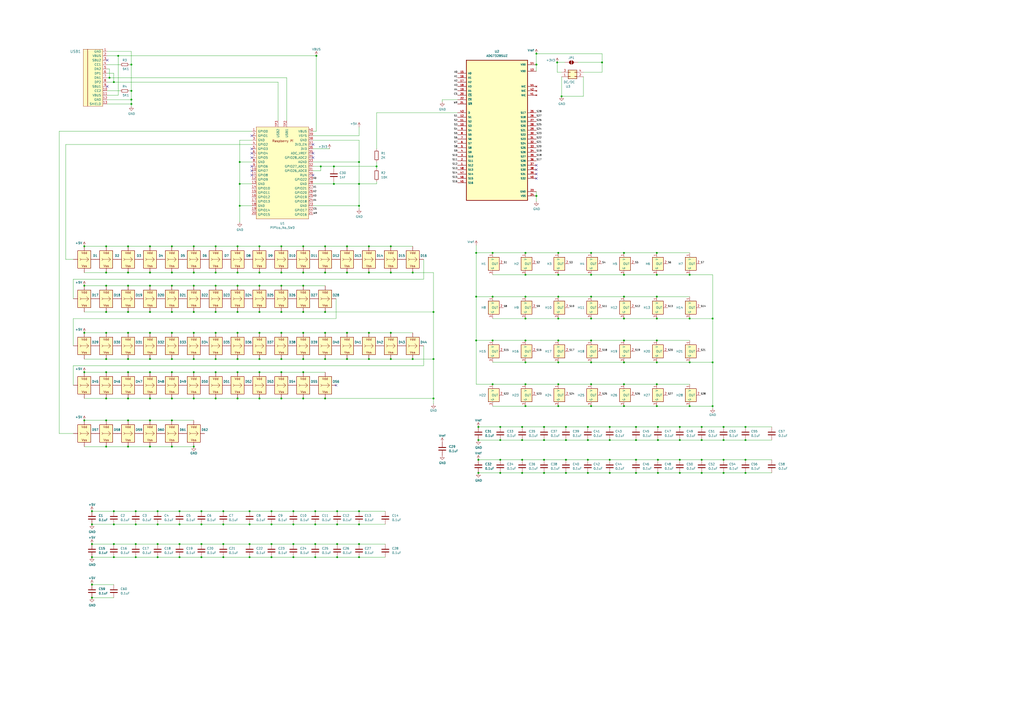
<source format=kicad_sch>
(kicad_sch (version 20250114) (generator "eeschema") (generator_version "9.0")
  (paper "A2")
  (junction (at 157.48 304.165))
  (junction (at 315.595 247.65))
  (junction (at 76.2 60.325))
  (junction (at 125.095 208.28))
  (junction (at 139.065 119.38))
  (junction (at 74.295 243.84))
  (junction (at 99.695 158.115))
  (junction (at 400.05 210.185))
  (junction (at 125.095 231.14))
  (junction (at 285.75 146.685))
  (junction (at 315.595 266.7))
  (junction (at 304.8 210.185))
  (junction (at 290.195 266.7))
  (junction (at 137.795 142.875))
  (junction (at 86.995 208.28))
  (junction (at 328.295 266.7))
  (junction (at 302.895 274.32))
  (junction (at 104.14 304.165))
  (junction (at 195.58 296.545))
  (junction (at 381 146.685))
  (junction (at 381.635 266.7))
  (junction (at 304.8 235.585))
  (junction (at 86.995 158.115))
  (junction (at 368.935 255.27))
  (junction (at 175.895 231.14))
  (junction (at 188.595 193.04))
  (junction (at 182.88 296.545))
  (junction (at 144.78 323.215))
  (junction (at 99.695 215.9))
  (junction (at 137.795 180.975))
  (junction (at 413.385 210.185))
  (junction (at 125.095 180.975))
  (junction (at 129.54 315.595))
  (junction (at 226.695 142.875))
  (junction (at 381 235.585))
  (junction (at 218.44 96.52))
  (junction (at 86.995 231.14))
  (junction (at 277.495 255.27))
  (junction (at 239.395 158.115))
  (junction (at 193.675 106.68))
  (junction (at 394.335 266.7))
  (junction (at 304.8 184.785))
  (junction (at 91.44 323.215))
  (junction (at 381 159.385))
  (junction (at 61.595 193.04))
  (junction (at 137.795 215.9))
  (junction (at 361.95 184.785))
  (junction (at 175.895 208.28))
  (junction (at 175.895 158.115))
  (junction (at 328.295 274.32))
  (junction (at 323.85 172.085))
  (junction (at 361.95 159.385))
  (junction (at 53.34 323.215))
  (junction (at 170.18 304.165))
  (junction (at 342.9 146.685))
  (junction (at 74.295 180.975))
  (junction (at 150.495 231.14))
  (junction (at 285.75 197.485))
  (junction (at 157.48 323.215))
  (junction (at 150.495 142.875))
  (junction (at 325.755 55.88))
  (junction (at 353.695 274.32))
  (junction (at 74.295 208.28))
  (junction (at 137.795 193.04))
  (junction (at 315.595 274.32))
  (junction (at 137.795 231.14))
  (junction (at 323.85 210.185))
  (junction (at 195.58 315.595))
  (junction (at 104.14 323.215))
  (junction (at 78.74 315.595))
  (junction (at 239.395 208.28))
  (junction (at 368.935 274.32))
  (junction (at 112.395 158.115))
  (junction (at 99.695 165.735))
  (junction (at 419.735 266.7))
  (junction (at 144.78 315.595))
  (junction (at 78.74 323.215))
  (junction (at 432.435 266.7))
  (junction (at 302.895 266.7))
  (junction (at 137.795 208.28))
  (junction (at 112.395 215.9))
  (junction (at 277.495 274.32))
  (junction (at 86.995 243.84))
  (junction (at 139.065 106.68))
  (junction (at 175.895 215.9))
  (junction (at 285.75 222.885))
  (junction (at 48.895 165.735))
  (junction (at 193.675 96.52))
  (junction (at 290.195 255.27))
  (junction (at 99.695 142.875))
  (junction (at 125.095 158.115))
  (junction (at 323.85 184.785))
  (junction (at 304.8 146.685))
  (junction (at 66.04 304.165))
  (junction (at 53.34 296.545))
  (junction (at 157.48 296.545))
  (junction (at 86.995 215.9))
  (junction (at 368.935 266.7))
  (junction (at 361.95 146.685))
  (junction (at 381 172.085))
  (junction (at 290.195 274.32))
  (junction (at 99.695 180.975))
  (junction (at 175.895 142.875))
  (junction (at 125.095 165.735))
  (junction (at 276.225 146.685))
  (junction (at 407.035 255.27))
  (junction (at 213.995 158.115))
  (junction (at 175.895 165.735))
  (junction (at 413.385 235.585))
  (junction (at 116.84 323.215))
  (junction (at 112.395 180.975))
  (junction (at 68.58 32.385))
  (junction (at 125.095 193.04))
  (junction (at 201.295 208.28))
  (junction (at 163.195 208.28))
  (junction (at 157.48 315.595))
  (junction (at 213.995 208.28))
  (junction (at 74.295 158.115))
  (junction (at 53.34 304.165))
  (junction (at 381 197.485))
  (junction (at 150.495 180.975))
  (junction (at 170.18 323.215))
  (junction (at 112.395 208.28))
  (junction (at 53.34 346.71))
  (junction (at 323.85 235.585))
  (junction (at 361.95 222.885))
  (junction (at 361.95 235.585))
  (junction (at 323.85 146.685))
  (junction (at 61.595 215.9))
  (junction (at 340.995 247.65))
  (junction (at 195.58 323.215))
  (junction (at 116.84 304.165))
  (junction (at 285.75 172.085))
  (junction (at 163.195 215.9))
  (junction (at 116.84 296.545))
  (junction (at 407.035 266.7))
  (junction (at 74.295 193.04))
  (junction (at 74.295 231.14))
  (junction (at 186.055 96.52))
  (junction (at 304.8 159.385))
  (junction (at 381.635 274.32))
  (junction (at 48.895 193.04))
  (junction (at 340.995 266.7))
  (junction (at 353.695 255.27))
  (junction (at 323.85 222.885))
  (junction (at 188.595 180.975))
  (junction (at 302.895 247.65))
  (junction (at 163.195 193.04))
  (junction (at 112.395 142.875))
  (junction (at 342.9 210.185))
  (junction (at 251.46 208.28))
  (junction (at 208.28 93.98))
  (junction (at 311.15 113.665))
  (junction (at 182.88 304.165))
  (junction (at 349.25 36.195))
  (junction (at 99.695 231.14))
  (junction (at 112.395 193.04))
  (junction (at 48.895 215.9))
  (junction (at 188.595 208.28))
  (junction (at 66.04 315.595))
  (junction (at 137.795 165.735))
  (junction (at 125.095 142.875))
  (junction (at 112.395 231.14))
  (junction (at 311.15 37.465))
  (junction (at 353.695 247.65))
  (junction (at 419.735 274.32))
  (junction (at 150.495 193.04))
  (junction (at 175.895 180.975))
  (junction (at 91.44 296.545))
  (junction (at 91.44 315.595))
  (junction (at 432.435 255.27))
  (junction (at 353.695 266.7))
  (junction (at 129.54 323.215))
  (junction (at 76.2 37.465))
  (junction (at 48.895 243.84))
  (junction (at 277.495 247.65))
  (junction (at 76.2 57.785))
  (junction (at 182.88 315.595))
  (junction (at 61.595 208.28))
  (junction (at 226.695 158.115))
  (junction (at 91.44 304.165))
  (junction (at 323.85 197.485))
  (junction (at 139.065 93.98))
  (junction (at 163.195 158.115))
  (junction (at 361.95 210.185))
  (junction (at 381 222.885))
  (junction (at 340.995 274.32))
  (junction (at 66.04 296.545))
  (junction (at 74.295 165.735))
  (junction (at 163.195 165.735))
  (junction (at 276.225 172.085))
  (junction (at 400.05 235.585))
  (junction (at 163.195 180.975))
  (junction (at 53.34 339.09))
  (junction (at 419.735 255.27))
  (junction (at 150.495 158.115))
  (junction (at 208.28 315.595))
  (junction (at 78.74 296.545))
  (junction (at 129.54 304.165))
  (junction (at 61.595 259.08))
  (junction (at 170.18 315.595))
  (junction (at 150.495 165.735))
  (junction (at 144.78 296.545))
  (junction (at 328.295 255.27))
  (junction (at 76.2 52.705))
  (junction (at 86.995 180.975))
  (junction (at 104.14 296.545))
  (junction (at 342.9 222.885))
  (junction (at 61.595 180.975))
  (junction (at 61.595 165.735))
  (junction (at 63.5 45.085))
  (junction (at 342.9 184.785))
  (junction (at 116.84 315.595))
  (junction (at 112.395 259.08))
  (junction (at 112.395 165.735))
  (junction (at 407.035 274.32))
  (junction (at 226.695 193.04))
  (junction (at 302.895 255.27))
  (junction (at 201.295 193.04))
  (junction (at 163.195 231.14))
  (junction (at 400.05 184.785))
  (junction (at 61.595 142.875))
  (junction (at 175.895 193.04))
  (junction (at 208.28 304.165))
  (junction (at 213.995 142.875))
  (junction (at 201.295 158.115))
  (junction (at 129.54 296.545))
  (junction (at 86.995 165.735))
  (junction (at 104.14 315.595))
  (junction (at 323.215 36.195))
  (junction (at 188.595 142.875))
  (junction (at 183.515 32.385))
  (junction (at 74.295 215.9))
  (junction (at 99.695 243.84))
  (junction (at 381 210.185))
  (junction (at 381 184.785))
  (junction (at 432.435 274.32))
  (junction (at 86.995 193.04))
  (junction (at 86.995 142.875))
  (junction (at 368.935 247.65))
  (junction (at 99.695 208.28))
  (junction (at 311.15 31.115))
  (junction (at 304.8 222.885))
  (junction (at 213.995 193.04))
  (junction (at 150.495 215.9))
  (junction (at 170.18 296.545))
  (junction (at 208.28 296.545))
  (junction (at 48.895 142.875))
  (junction (at 195.58 304.165))
  (junction (at 432.435 247.65))
  (junction (at 86.995 259.08))
  (junction (at 394.335 274.32))
  (junction (at 251.46 231.14))
  (junction (at 276.225 197.485))
  (junction (at 361.95 197.485))
  (junction (at 144.78 304.165))
  (junction (at 66.04 323.215))
  (junction (at 394.335 255.27))
  (junction (at 61.595 231.14))
  (junction (at 413.385 184.785))
  (junction (at 394.335 247.65))
  (junction (at 188.595 158.115))
  (junction (at 74.295 142.875))
  (junction (at 342.9 197.485))
  (junction (at 226.695 208.28))
  (junction (at 182.88 323.215))
  (junction (at 61.595 243.84))
  (junction (at 315.595 255.27))
  (junction (at 290.195 247.65))
  (junction (at 53.34 315.595))
  (junction (at 66.04 47.625))
  (junction (at 361.95 172.085))
  (junction (at 340.995 255.27))
  (junction (at 201.295 142.875))
  (junction (at 400.05 159.385))
  (junction (at 342.9 235.585))
  (junction (at 304.8 172.085))
  (junction (at 208.28 106.68))
  (junction (at 99.695 259.08))
  (junction (at 304.8 197.485))
  (junction (at 74.295 259.08))
  (junction (at 251.46 180.975))
  (junction (at 61.595 158.115))
  (junction (at 137.795 158.115))
  (junction (at 99.695 193.04))
  (junction (at 208.28 323.215))
  (junction (at 381.635 255.27))
  (junction (at 342.9 172.085))
  (junction (at 381.635 247.65))
  (junction (at 328.295 247.65))
  (junction (at 277.495 266.7))
  (junction (at 342.9 159.385))
  (junction (at 78.74 304.165))
  (junction (at 208.28 119.38))
  (junction (at 150.495 208.28))
  (junction (at 419.735 247.65))
  (junction (at 125.095 215.9))
  (junction (at 188.595 231.14))
  (junction (at 323.85 159.385))
  (junction (at 407.035 247.65))
  (junction (at 163.195 142.875))
  (no_connect (at 62.23 50.165))
  (no_connect (at 311.15 103.505))
  (no_connect (at 311.15 98.425))
  (no_connect (at 146.05 99.06))
  (no_connect (at 181.61 101.6))
  (no_connect (at 181.61 83.82))
  (no_connect (at 181.61 88.9))
  (no_connect (at 194.945 223.52))
  (no_connect (at 181.61 91.44))
  (no_connect (at 146.05 78.74))
  (no_connect (at 311.15 100.965))
  (no_connect (at 146.05 96.52))
  (no_connect (at 62.23 34.925))
  (no_connect (at 146.05 86.36))
  (no_connect (at 311.15 95.885))
  (no_connect (at 146.05 101.6))
  (no_connect (at 146.05 91.44))
  (no_connect (at 146.05 88.9))
  (wire (pts (xy 432.435 255.27) (xy 447.675 255.27)))
  (wire (pts (xy 76.2 52.705) (xy 74.93 52.705)))
  (wire (pts (xy 340.995 274.32) (xy 353.695 274.32)))
  (wire (pts (xy 48.895 165.735) (xy 61.595 165.735)))
  (wire (pts (xy 125.095 215.9) (xy 137.795 215.9)))
  (wire (pts (xy 163.195 180.975) (xy 175.895 180.975)))
  (wire (pts (xy 315.595 255.27) (xy 328.295 255.27)))
  (wire (pts (xy 195.58 323.215) (xy 208.28 323.215)))
  (wire (pts (xy 195.58 304.165) (xy 208.28 304.165)))
  (wire (pts (xy 325.755 55.88) (xy 338.455 55.88)))
  (wire (pts (xy 302.895 247.65) (xy 315.595 247.65)))
  (wire (pts (xy 150.495 231.14) (xy 163.195 231.14)))
  (wire (pts (xy 276.225 222.885) (xy 276.225 197.485)))
  (wire (pts (xy 285.75 159.385) (xy 304.8 159.385)))
  (wire (pts (xy 181.61 86.36) (xy 191.135 86.36)))
  (wire (pts (xy 139.065 81.28) (xy 139.065 93.98)))
  (wire (pts (xy 66.04 42.545) (xy 66.04 47.625)))
  (wire (pts (xy 76.2 37.465) (xy 76.2 52.705)))
  (wire (pts (xy 342.9 197.485) (xy 323.85 197.485)))
  (wire (pts (xy 68.58 32.385) (xy 183.515 32.385)))
  (wire (pts (xy 407.035 266.7) (xy 419.735 266.7)))
  (wire (pts (xy 150.495 158.115) (xy 163.195 158.115)))
  (wire (pts (xy 226.695 193.04) (xy 239.395 193.04)))
  (wire (pts (xy 62.23 57.785) (xy 76.2 57.785)))
  (wire (pts (xy 193.675 105.41) (xy 193.675 106.68)))
  (wire (pts (xy 86.995 165.735) (xy 99.695 165.735)))
  (wire (pts (xy 99.695 231.14) (xy 112.395 231.14)))
  (wire (pts (xy 34.29 76.2) (xy 34.29 251.46)))
  (wire (pts (xy 265.43 57.785) (xy 256.54 57.785)))
  (wire (pts (xy 381.635 266.7) (xy 394.335 266.7)))
  (wire (pts (xy 201.295 158.115) (xy 213.995 158.115)))
  (wire (pts (xy 38.1 150.495) (xy 42.545 150.495)))
  (wire (pts (xy 276.225 197.485) (xy 276.225 172.085)))
  (wire (pts (xy 181.61 119.38) (xy 208.28 119.38)))
  (wire (pts (xy 213.995 208.28) (xy 226.695 208.28)))
  (wire (pts (xy 325.755 44.45) (xy 325.755 55.88)))
  (wire (pts (xy 62.23 60.325) (xy 76.2 60.325)))
  (wire (pts (xy 276.225 172.085) (xy 276.225 146.685)))
  (wire (pts (xy 61.595 243.84) (xy 74.295 243.84)))
  (wire (pts (xy 116.84 304.165) (xy 129.54 304.165)))
  (wire (pts (xy 381 197.485) (xy 361.95 197.485)))
  (wire (pts (xy 226.695 142.875) (xy 239.395 142.875)))
  (wire (pts (xy 166.37 45.085) (xy 63.5 45.085)))
  (wire (pts (xy 304.8 146.685) (xy 285.75 146.685)))
  (wire (pts (xy 394.335 247.65) (xy 407.035 247.65)))
  (wire (pts (xy 175.895 180.975) (xy 188.595 180.975)))
  (wire (pts (xy 188.595 208.28) (xy 201.295 208.28)))
  (wire (pts (xy 285.75 222.885) (xy 276.225 222.885)))
  (wire (pts (xy 328.295 274.32) (xy 340.995 274.32)))
  (wire (pts (xy 125.095 142.875) (xy 137.795 142.875)))
  (wire (pts (xy 208.28 81.28) (xy 208.28 93.98)))
  (wire (pts (xy 182.88 304.165) (xy 195.58 304.165)))
  (wire (pts (xy 137.795 180.975) (xy 150.495 180.975)))
  (wire (pts (xy 61.595 215.9) (xy 74.295 215.9)))
  (wire (pts (xy 342.9 159.385) (xy 361.95 159.385)))
  (wire (pts (xy 311.15 113.665) (xy 311.15 116.84)))
  (wire (pts (xy 112.395 180.975) (xy 125.095 180.975)))
  (wire (pts (xy 62.23 52.705) (xy 69.85 52.705)))
  (wire (pts (xy 48.895 215.9) (xy 61.595 215.9)))
  (wire (pts (xy 182.88 296.545) (xy 195.58 296.545)))
  (wire (pts (xy 74.295 158.115) (xy 86.995 158.115)))
  (wire (pts (xy 66.04 315.595) (xy 78.74 315.595)))
  (wire (pts (xy 78.74 323.215) (xy 91.44 323.215)))
  (wire (pts (xy 175.895 158.115) (xy 188.595 158.115)))
  (wire (pts (xy 86.995 215.9) (xy 99.695 215.9)))
  (wire (pts (xy 218.44 65.405) (xy 218.44 86.36)))
  (wire (pts (xy 304.8 184.785) (xy 323.85 184.785)))
  (wire (pts (xy 137.795 215.9) (xy 150.495 215.9)))
  (wire (pts (xy 166.37 45.085) (xy 166.37 69.85)))
  (wire (pts (xy 91.44 315.595) (xy 104.14 315.595)))
  (wire (pts (xy 285.75 172.085) (xy 276.225 172.085)))
  (wire (pts (xy 157.48 323.215) (xy 170.18 323.215)))
  (wire (pts (xy 311.15 31.115) (xy 349.25 31.115)))
  (wire (pts (xy 361.95 172.085) (xy 342.9 172.085)))
  (wire (pts (xy 61.595 180.975) (xy 74.295 180.975)))
  (wire (pts (xy 290.195 255.27) (xy 302.895 255.27)))
  (wire (pts (xy 251.46 158.115) (xy 239.395 158.115)))
  (wire (pts (xy 213.995 142.875) (xy 226.695 142.875)))
  (wire (pts (xy 99.695 208.28) (xy 112.395 208.28)))
  (wire (pts (xy 42.545 161.925) (xy 42.545 173.355)))
  (wire (pts (xy 188.595 231.14) (xy 251.46 231.14)))
  (wire (pts (xy 218.44 106.68) (xy 208.28 106.68)))
  (wire (pts (xy 285.75 197.485) (xy 276.225 197.485)))
  (wire (pts (xy 304.8 197.485) (xy 285.75 197.485)))
  (wire (pts (xy 38.1 83.82) (xy 38.1 150.495)))
  (wire (pts (xy 157.48 315.595) (xy 170.18 315.595)))
  (wire (pts (xy 304.8 210.185) (xy 323.85 210.185)))
  (wire (pts (xy 125.095 208.28) (xy 137.795 208.28)))
  (wire (pts (xy 361.95 222.885) (xy 342.9 222.885)))
  (wire (pts (xy 361.95 210.185) (xy 381 210.185)))
  (wire (pts (xy 342.9 222.885) (xy 323.85 222.885)))
  (wire (pts (xy 76.2 29.845) (xy 76.2 37.465)))
  (wire (pts (xy 193.675 96.52) (xy 218.44 96.52)))
  (wire (pts (xy 112.395 208.28) (xy 125.095 208.28)))
  (wire (pts (xy 91.44 323.215) (xy 104.14 323.215)))
  (wire (pts (xy 368.935 255.27) (xy 381.635 255.27)))
  (wire (pts (xy 112.395 193.04) (xy 125.095 193.04)))
  (wire (pts (xy 245.745 150.495) (xy 245.745 161.925)))
  (wire (pts (xy 182.88 315.595) (xy 195.58 315.595)))
  (wire (pts (xy 323.85 159.385) (xy 342.9 159.385)))
  (wire (pts (xy 163.195 165.735) (xy 175.895 165.735)))
  (wire (pts (xy 400.05 184.785) (xy 413.385 184.785)))
  (wire (pts (xy 99.695 215.9) (xy 112.395 215.9)))
  (wire (pts (xy 368.935 266.7) (xy 381.635 266.7)))
  (wire (pts (xy 112.395 215.9) (xy 125.095 215.9)))
  (wire (pts (xy 335.28 36.195) (xy 349.25 36.195)))
  (wire (pts (xy 48.895 208.28) (xy 61.595 208.28)))
  (wire (pts (xy 213.995 158.115) (xy 226.695 158.115)))
  (wire (pts (xy 323.85 210.185) (xy 342.9 210.185)))
  (wire (pts (xy 251.46 180.975) (xy 251.46 158.115)))
  (wire (pts (xy 323.215 36.195) (xy 323.215 41.91)))
  (wire (pts (xy 323.85 146.685) (xy 304.8 146.685)))
  (wire (pts (xy 53.34 339.09) (xy 66.04 339.09)))
  (wire (pts (xy 285.75 235.585) (xy 304.8 235.585)))
  (wire (pts (xy 53.34 346.71) (xy 66.04 346.71)))
  (wire (pts (xy 62.23 29.845) (xy 76.2 29.845)))
  (wire (pts (xy 186.055 96.52) (xy 181.61 96.52)))
  (wire (pts (xy 139.065 93.98) (xy 139.065 106.68)))
  (wire (pts (xy 194.945 173.355) (xy 194.945 184.785)))
  (wire (pts (xy 208.28 119.38) (xy 208.28 121.285)))
  (wire (pts (xy 328.295 255.27) (xy 340.995 255.27)))
  (wire (pts (xy 183.515 32.385) (xy 183.515 76.2)))
  (wire (pts (xy 137.795 165.735) (xy 150.495 165.735)))
  (wire (pts (xy 394.335 274.32) (xy 407.035 274.32)))
  (wire (pts (xy 129.54 296.545) (xy 144.78 296.545)))
  (wire (pts (xy 361.95 146.685) (xy 342.9 146.685)))
  (wire (pts (xy 170.18 304.165) (xy 182.88 304.165)))
  (wire (pts (xy 304.8 172.085) (xy 285.75 172.085)))
  (wire (pts (xy 112.395 158.115) (xy 125.095 158.115)))
  (wire (pts (xy 66.04 296.545) (xy 78.74 296.545)))
  (wire (pts (xy 157.48 296.545) (xy 170.18 296.545)))
  (wire (pts (xy 99.695 142.875) (xy 112.395 142.875)))
  (wire (pts (xy 186.055 99.06) (xy 181.61 99.06)))
  (wire (pts (xy 394.335 255.27) (xy 407.035 255.27)))
  (wire (pts (xy 139.065 93.98) (xy 146.05 93.98)))
  (wire (pts (xy 144.78 315.595) (xy 157.48 315.595)))
  (wire (pts (xy 112.395 142.875) (xy 125.095 142.875)))
  (wire (pts (xy 62.23 55.245) (xy 68.58 55.245)))
  (wire (pts (xy 62.23 45.085) (xy 63.5 45.085)))
  (wire (pts (xy 68.58 55.245) (xy 68.58 32.385)))
  (wire (pts (xy 78.74 315.595) (xy 91.44 315.595)))
  (wire (pts (xy 188.595 180.975) (xy 251.46 180.975)))
  (wire (pts (xy 285.75 210.185) (xy 304.8 210.185)))
  (wire (pts (xy 290.195 247.65) (xy 302.895 247.65)))
  (wire (pts (xy 163.195 208.28) (xy 175.895 208.28)))
  (wire (pts (xy 251.46 231.14) (xy 251.46 208.28)))
  (wire (pts (xy 342.9 172.085) (xy 323.85 172.085)))
  (wire (pts (xy 400.05 146.685) (xy 381 146.685)))
  (wire (pts (xy 419.735 255.27) (xy 432.435 255.27)))
  (wire (pts (xy 381.635 247.65) (xy 394.335 247.65)))
  (wire (pts (xy 413.385 210.185) (xy 413.385 235.585)))
  (wire (pts (xy 381 172.085) (xy 361.95 172.085)))
  (wire (pts (xy 193.675 96.52) (xy 186.055 96.52)))
  (wire (pts (xy 61.595 259.08) (xy 74.295 259.08)))
  (wire (pts (xy 78.74 304.165) (xy 91.44 304.165)))
  (wire (pts (xy 74.295 215.9) (xy 86.995 215.9)))
  (wire (pts (xy 99.695 259.08) (xy 112.395 259.08)))
  (wire (pts (xy 163.195 231.14) (xy 175.895 231.14)))
  (wire (pts (xy 381.635 255.27) (xy 394.335 255.27)))
  (wire (pts (xy 323.85 172.085) (xy 304.8 172.085)))
  (wire (pts (xy 239.395 208.28) (xy 251.46 208.28)))
  (wire (pts (xy 208.28 93.98) (xy 208.28 106.68)))
  (wire (pts (xy 188.595 142.875) (xy 201.295 142.875)))
  (wire (pts (xy 208.28 73.66) (xy 208.28 78.74)))
  (wire (pts (xy 353.695 255.27) (xy 368.935 255.27)))
  (wire (pts (xy 419.735 247.65) (xy 432.435 247.65)))
  (wire (pts (xy 86.995 231.14) (xy 99.695 231.14)))
  (wire (pts (xy 400.05 197.485) (xy 381 197.485)))
  (wire (pts (xy 76.2 57.785) (xy 76.2 60.325)))
  (wire (pts (xy 381 210.185) (xy 400.05 210.185)))
  (wire (pts (xy 74.295 243.84) (xy 86.995 243.84)))
  (wire (pts (xy 42.545 184.785) (xy 42.545 200.66)))
  (wire (pts (xy 139.065 106.68) (xy 146.05 106.68)))
  (wire (pts (xy 125.095 165.735) (xy 137.795 165.735)))
  (wire (pts (xy 163.195 193.04) (xy 175.895 193.04)))
  (wire (pts (xy 218.44 93.98) (xy 218.44 96.52)))
  (wire (pts (xy 407.035 247.65) (xy 419.735 247.65)))
  (wire (pts (xy 311.15 31.115) (xy 311.15 37.465)))
  (wire (pts (xy 327.66 36.195) (xy 323.215 36.195)))
  (wire (pts (xy 99.695 180.975) (xy 112.395 180.975)))
  (wire (pts (xy 381.635 274.32) (xy 394.335 274.32)))
  (wire (pts (xy 400.05 172.085) (xy 381 172.085)))
  (wire (pts (xy 368.935 247.65) (xy 381.635 247.65)))
  (wire (pts (xy 104.14 315.595) (xy 116.84 315.595)))
  (wire (pts (xy 338.455 41.91) (xy 349.25 41.91)))
  (wire (pts (xy 61.595 142.875) (xy 74.295 142.875)))
  (wire (pts (xy 129.54 323.215) (xy 144.78 323.215)))
  (wire (pts (xy 323.85 197.485) (xy 304.8 197.485)))
  (wire (pts (xy 285.75 184.785) (xy 304.8 184.785)))
  (wire (pts (xy 170.18 323.215) (xy 182.88 323.215)))
  (wire (pts (xy 144.78 296.545) (xy 157.48 296.545)))
  (wire (pts (xy 361.95 159.385) (xy 381 159.385)))
  (wire (pts (xy 104.14 323.215) (xy 116.84 323.215)))
  (wire (pts (xy 125.095 193.04) (xy 137.795 193.04)))
  (wire (pts (xy 99.695 158.115) (xy 112.395 158.115)))
  (wire (pts (xy 208.28 323.215) (xy 223.52 323.215)))
  (wire (pts (xy 432.435 274.32) (xy 447.675 274.32)))
  (wire (pts (xy 245.745 212.09) (xy 42.545 212.09)))
  (wire (pts (xy 400.05 210.185) (xy 413.385 210.185)))
  (wire (pts (xy 432.435 247.65) (xy 447.675 247.65)))
  (wire (pts (xy 38.1 83.82) (xy 146.05 83.82)))
  (wire (pts (xy 53.34 304.165) (xy 66.04 304.165)))
  (wire (pts (xy 150.495 142.875) (xy 163.195 142.875)))
  (wire (pts (xy 76.2 60.325) (xy 76.2 61.595)))
  (wire (pts (xy 74.295 165.735) (xy 86.995 165.735)))
  (wire (pts (xy 302.895 266.7) (xy 315.595 266.7)))
  (wire (pts (xy 361.95 184.785) (xy 381 184.785)))
  (wire (pts (xy 285.75 146.685) (xy 276.225 146.685)))
  (wire (pts (xy 413.385 184.785) (xy 413.385 210.185)))
  (wire (pts (xy 213.995 193.04) (xy 226.695 193.04)))
  (wire (pts (xy 186.055 96.52) (xy 186.055 99.06)))
  (wire (pts (xy 353.695 247.65) (xy 368.935 247.65)))
  (wire (pts (xy 74.295 193.04) (xy 86.995 193.04)))
  (wire (pts (xy 277.495 255.27) (xy 290.195 255.27)))
  (wire (pts (xy 62.23 42.545) (xy 66.04 42.545)))
  (wire (pts (xy 150.495 165.735) (xy 163.195 165.735)))
  (wire (pts (xy 74.295 142.875) (xy 86.995 142.875)))
  (wire (pts (xy 129.54 304.165) (xy 144.78 304.165)))
  (wire (pts (xy 86.995 193.04) (xy 99.695 193.04)))
  (wire (pts (xy 61.595 165.735) (xy 74.295 165.735)))
  (wire (pts (xy 400.05 235.585) (xy 413.385 235.585)))
  (wire (pts (xy 353.695 266.7) (xy 368.935 266.7)))
  (wire (pts (xy 381 235.585) (xy 400.05 235.585)))
  (wire (pts (xy 62.23 40.005) (xy 63.5 40.005)))
  (wire (pts (xy 290.195 266.7) (xy 302.895 266.7)))
  (wire (pts (xy 201.295 193.04) (xy 213.995 193.04)))
  (wire (pts (xy 170.18 296.545) (xy 182.88 296.545)))
  (wire (pts (xy 183.515 76.2) (xy 181.61 76.2)))
  (wire (pts (xy 86.995 208.28) (xy 99.695 208.28)))
  (wire (pts (xy 256.54 57.785) (xy 256.54 59.055)))
  (wire (pts (xy 218.44 105.41) (xy 218.44 106.68)))
  (wire (pts (xy 277.495 247.65) (xy 290.195 247.65)))
  (wire (pts (xy 251.46 234.315) (xy 251.46 231.14)))
  (wire (pts (xy 86.995 158.115) (xy 99.695 158.115)))
  (wire (pts (xy 419.735 274.32) (xy 432.435 274.32)))
  (wire (pts (xy 302.895 255.27) (xy 315.595 255.27)))
  (wire (pts (xy 139.065 106.68) (xy 139.065 119.38)))
  (wire (pts (xy 277.495 274.32) (xy 290.195 274.32)))
  (wire (pts (xy 66.04 304.165) (xy 78.74 304.165)))
  (wire (pts (xy 361.95 235.585) (xy 381 235.585)))
  (wire (pts (xy 432.435 266.7) (xy 447.675 266.7)))
  (wire (pts (xy 161.29 47.625) (xy 66.04 47.625)))
  (wire (pts (xy 340.995 247.65) (xy 353.695 247.65)))
  (wire (pts (xy 276.225 142.24) (xy 276.225 146.685)))
  (wire (pts (xy 193.675 96.52) (xy 193.675 97.79)))
  (wire (pts (xy 78.74 296.545) (xy 91.44 296.545)))
  (wire (pts (xy 86.995 142.875) (xy 99.695 142.875)))
  (wire (pts (xy 74.295 208.28) (xy 86.995 208.28)))
  (wire (pts (xy 170.18 315.595) (xy 182.88 315.595)))
  (wire (pts (xy 48.895 180.975) (xy 61.595 180.975)))
  (wire (pts (xy 74.295 259.08) (xy 86.995 259.08)))
  (wire (pts (xy 226.695 158.115) (xy 239.395 158.115)))
  (wire (pts (xy 61.595 231.14) (xy 74.295 231.14)))
  (wire (pts (xy 61.595 208.28) (xy 74.295 208.28)))
  (wire (pts (xy 144.78 323.215) (xy 157.48 323.215)))
  (wire (pts (xy 48.895 142.875) (xy 61.595 142.875)))
  (wire (pts (xy 323.215 41.91) (xy 325.755 41.91)))
  (wire (pts (xy 175.895 231.14) (xy 188.595 231.14)))
  (wire (pts (xy 195.58 296.545) (xy 208.28 296.545)))
  (wire (pts (xy 61.595 193.04) (xy 74.295 193.04)))
  (wire (pts (xy 245.745 161.925) (xy 42.545 161.925)))
  (wire (pts (xy 251.46 208.28) (xy 251.46 180.975)))
  (wire (pts (xy 163.195 158.115) (xy 175.895 158.115)))
  (wire (pts (xy 48.895 231.14) (xy 61.595 231.14)))
  (wire (pts (xy 104.14 304.165) (xy 116.84 304.165)))
  (wire (pts (xy 349.25 36.195) (xy 349.25 31.115)))
  (wire (pts (xy 86.995 243.84) (xy 99.695 243.84)))
  (wire (pts (xy 208.28 315.595) (xy 223.52 315.595)))
  (wire (pts (xy 62.23 37.465) (xy 69.85 37.465)))
  (wire (pts (xy 137.795 142.875) (xy 150.495 142.875)))
  (wire (pts (xy 323.85 222.885) (xy 304.8 222.885)))
  (wire (pts (xy 195.58 315.595) (xy 208.28 315.595)))
  (wire (pts (xy 137.795 231.14) (xy 150.495 231.14)))
  (wire (pts (xy 157.48 304.165) (xy 170.18 304.165)))
  (wire (pts (xy 146.05 81.28) (xy 139.065 81.28)))
  (wire (pts (xy 208.28 106.68) (xy 208.28 119.38)))
  (wire (pts (xy 137.795 208.28) (xy 150.495 208.28)))
  (wire (pts (xy 304.8 235.585) (xy 323.85 235.585)))
  (wire (pts (xy 48.895 193.04) (xy 61.595 193.04)))
  (wire (pts (xy 188.595 193.04) (xy 201.295 193.04)))
  (wire (pts (xy 86.995 259.08) (xy 99.695 259.08)))
  (wire (pts (xy 353.695 274.32) (xy 368.935 274.32)))
  (wire (pts (xy 208.28 296.545) (xy 223.52 296.545)))
  (wire (pts (xy 342.9 235.585) (xy 361.95 235.585)))
  (wire (pts (xy 201.295 208.28) (xy 213.995 208.28)))
  (wire (pts (xy 194.945 184.785) (xy 42.545 184.785)))
  (wire (pts (xy 208.28 304.165) (xy 223.52 304.165)))
  (wire (pts (xy 381 146.685) (xy 361.95 146.685)))
  (wire (pts (xy 125.095 158.115) (xy 137.795 158.115)))
  (wire (pts (xy 137.795 158.115) (xy 150.495 158.115)))
  (wire (pts (xy 62.23 47.625) (xy 66.04 47.625)))
  (wire (pts (xy 340.995 255.27) (xy 353.695 255.27)))
  (wire (pts (xy 150.495 208.28) (xy 163.195 208.28)))
  (wire (pts (xy 74.295 180.975) (xy 86.995 180.975)))
  (wire (pts (xy 323.85 184.785) (xy 342.9 184.785)))
  (wire (pts (xy 381 222.885) (xy 361.95 222.885)))
  (wire (pts (xy 99.695 165.735) (xy 112.395 165.735)))
  (wire (pts (xy 181.61 81.28) (xy 208.28 81.28)))
  (wire (pts (xy 53.34 323.215) (xy 66.04 323.215)))
  (wire (pts (xy 139.065 119.38) (xy 139.065 128.905)))
  (wire (pts (xy 104.14 296.545) (xy 116.84 296.545)))
  (wire (pts (xy 116.84 323.215) (xy 129.54 323.215)))
  (wire (pts (xy 342.9 184.785) (xy 361.95 184.785)))
  (wire (pts (xy 302.895 274.32) (xy 315.595 274.32)))
  (wire (pts (xy 181.61 106.68) (xy 193.675 106.68)))
  (wire (pts (xy 368.935 274.32) (xy 381.635 274.32)))
  (wire (pts (xy 163.195 215.9) (xy 175.895 215.9)))
  (wire (pts (xy 76.2 52.705) (xy 76.2 57.785)))
  (wire (pts (xy 290.195 274.32) (xy 302.895 274.32)))
  (wire (pts (xy 381 184.785) (xy 400.05 184.785)))
  (wire (pts (xy 61.595 158.115) (xy 74.295 158.115)))
  (wire (pts (xy 137.795 193.04) (xy 150.495 193.04)))
  (wire (pts (xy 175.895 142.875) (xy 188.595 142.875)))
  (wire (pts (xy 181.61 78.74) (xy 208.28 78.74)))
  (wire (pts (xy 315.595 266.7) (xy 328.295 266.7)))
  (wire (pts (xy 413.385 235.585) (xy 413.385 236.855)))
  (wire (pts (xy 112.395 165.735) (xy 125.095 165.735)))
  (wire (pts (xy 419.735 266.7) (xy 432.435 266.7)))
  (wire (pts (xy 91.44 304.165) (xy 104.14 304.165)))
  (wire (pts (xy 328.295 247.65) (xy 340.995 247.65)))
  (wire (pts (xy 304.8 159.385) (xy 323.85 159.385)))
  (wire (pts (xy 193.675 106.68) (xy 208.28 106.68)))
  (wire (pts (xy 245.745 200.66) (xy 245.745 212.09)))
  (wire (pts (xy 74.295 231.14) (xy 86.995 231.14)))
  (wire (pts (xy 139.065 119.38) (xy 146.05 119.38)))
  (wire (pts (xy 188.595 158.115) (xy 201.295 158.115)))
  (wire (pts (xy 226.695 208.28) (xy 239.395 208.28)))
  (wire (pts (xy 48.895 243.84) (xy 61.595 243.84)))
  (wire (pts (xy 150.495 180.975) (xy 163.195 180.975)))
  (wire (pts (xy 53.34 315.595) (xy 66.04 315.595)))
  (wire (pts (xy 304.8 222.885) (xy 285.75 222.885)))
  (wire (pts (xy 394.335 266.7) (xy 407.035 266.7)))
  (wire (pts (xy 163.195 142.875) (xy 175.895 142.875)))
  (wire (pts (xy 340.995 266.7) (xy 353.695 266.7)))
  (wire (pts (xy 175.895 208.28) (xy 188.595 208.28)))
  (wire (pts (xy 400.05 222.885) (xy 381 222.885)))
  (wire (pts (xy 161.29 47.625) (xy 161.29 69.85)))
  (wire (pts (xy 342.9 146.685) (xy 323.85 146.685)))
  (wire (pts (xy 129.54 315.595) (xy 144.78 315.595)))
  (wire (pts (xy 407.035 255.27) (xy 419.735 255.27)))
  (wire (pts (xy 361.95 197.485) (xy 342.9 197.485)))
  (wire (pts (xy 342.9 210.185) (xy 361.95 210.185)))
  (wire (pts (xy 175.895 215.9) (xy 188.595 215.9)))
  (wire (pts (xy 338.455 44.45) (xy 338.455 55.88)))
  (wire (pts (xy 407.035 274.32) (xy 419.735 274.32)))
  (wire (pts (xy 349.25 41.91) (xy 349.25 36.195)))
  (wire (pts (xy 34.29 251.46) (xy 42.545 251.46)))
  (wire (pts (xy 328.295 266.7) (xy 340.995 266.7)))
  (wire (pts (xy 42.545 212.09) (xy 42.545 223.52)))
  (wire (pts (xy 182.88 323.215) (xy 195.58 323.215)))
  (wire (pts (xy 201.295 142.875) (xy 213.995 142.875)))
  (wire (pts (xy 144.78 304.165) (xy 157.48 304.165)))
  (wire (pts (xy 315.595 274.32) (xy 328.295 274.32)))
  (wire (pts (xy 112.395 231.14) (xy 125.095 231.14)))
  (wire (pts (xy 53.34 296.545) (xy 66.04 296.545)))
  (wire (pts (xy 86.995 180.975) (xy 99.695 180.975)))
  (wire (pts (xy 125.095 180.975) (xy 137.795 180.975)))
  (wire (pts (xy 311.15 111.125) (xy 311.15 113.665)))
  (wire (pts (xy 66.04 323.215) (xy 78.74 323.215)))
  (wire (pts (xy 125.095 231.14) (xy 137.795 231.14)))
  (wire (pts (xy 218.44 97.79) (xy 218.44 96.52)))
  (wire (pts (xy 381 159.385) (xy 400.05 159.385)))
  (wire (pts (xy 48.895 158.115) (xy 61.595 158.115)))
  (wire (pts (xy 175.895 193.04) (xy 188.595 193.04)))
  (wire (pts (xy 181.61 93.98) (xy 208.28 93.98)))
  (wire (pts (xy 150.495 193.04) (xy 163.195 193.04)))
  (wire (pts (xy 62.23 32.385) (xy 68.58 32.385)))
  (wire (pts (xy 323.85 235.585) (xy 342.9 235.585)))
  (wire (pts (xy 315.595 247.65) (xy 328.295 247.65)))
  (wire (pts (xy 218.44 65.405) (xy 265.43 65.405)))
  (wire (pts (xy 116.84 315.595) (xy 129.54 315.595)))
  (wire (pts (xy 413.385 159.385) (xy 413.385 184.785)))
  (wire (pts (xy 63.5 40.005) (xy 63.5 45.085)))
  (wire (pts (xy 76.2 37.465) (xy 74.93 37.465)))
  (wire (pts (xy 34.29 76.2) (xy 146.05 76.2)))
  (wire (pts (xy 400.05 159.385) (xy 413.385 159.385)))
  (wire (pts (xy 91.44 296.545) (xy 104.14 296.545)))
  (wire (pts (xy 48.895 259.08) (xy 61.595 259.08)))
  (wire (pts (xy 150.495 215.9) (xy 163.195 215.9)))
  (wire (pts (xy 311.15 37.465) (xy 311.15 41.275)))
  (wire (pts (xy 175.895 165.735) (xy 188.595 165.735)))
  (wire (pts (xy 277.495 266.7) (xy 290.195 266.7)))
  (wire (pts (xy 116.84 296.545) (xy 129.54 296.545)))
  (wire (pts (xy 99.695 243.84) (xy 112.395 243.84)))
  (wire (pts (xy 99.695 193.04) (xy 112.395 193.04)))
  (label "S9" (at 265.43 88.265 180) (effects (font (size 1 1))))
  (label "S14" (at 265.43 100.965 180) (effects (font (size 1 1))))
  (label "S17" (at 311.15 93.345 0) (effects (font (size 1 1))))
  (label "S27" (at 311.15 67.945 0) (effects (font (size 1 1))))
  (label "S3" (at 265.43 73.025 180) (effects (font (size 1 1))))
  (label "S13" (at 387.35 178.435 0) (effects (font (size 1 1))))
  (label "S2" (at 311.15 153.035 0) (effects (font (size 1 1))))
  (label "S25" (at 349.25 229.235 0) (effects (font (size 1 1))))
  (label "S9" (at 311.15 178.435 0) (effects (font (size 1 1))))
  (label "S3" (at 330.2 153.035 0) (effects (font (size 1 1))))
  (label "S5" (at 265.43 78.105 180) (effects (font (size 1 1))))
  (label "S22" (at 311.15 80.645 0) (effects (font (size 1 1))))
  (label "S11" (at 349.25 178.435 0) (effects (font (size 1 1))))
  (label "S4" (at 349.25 153.035 0) (effects (font (size 1 1))))
  (label "S12" (at 265.43 95.885 180) (effects (font (size 1 1))))
  (label "S28" (at 406.4 229.235 0) (effects (font (size 1 1))))
  (label "S22" (at 292.1 229.235 0) (effects (font (size 1 1))))
  (label "S4" (at 265.43 75.565 180) (effects (font (size 1 1))))
  (label "S27" (at 387.35 229.235 0) (effects (font (size 1 1))))
  (label "S5" (at 368.3 153.035 0) (effects (font (size 1 1))))
  (label "A1" (at 181.61 109.22 0) (effects (font (size 1 1))))
  (label "A3" (at 265.43 50.165 180) (effects (font (size 1 1))))
  (label "A1" (at 265.43 45.085 180) (effects (font (size 1 1))))
  (label "S8" (at 292.1 178.435 0) (effects (font (size 1 1))))
  (label "S25" (at 311.15 73.025 0) (effects (font (size 1 1))))
  (label "S1" (at 292.1 153.035 0) (effects (font (size 1 1))))
  (label "S26" (at 311.15 70.485 0) (effects (font (size 1 1))))
  (label "S23" (at 311.15 229.235 0) (effects (font (size 1 1))))
  (label "S6" (at 265.43 80.645 180) (effects (font (size 1 1))))
  (label "S28" (at 311.15 65.405 0) (effects (font (size 1 1))))
  (label "S13" (at 265.43 98.425 180) (effects (font (size 1 1))))
  (label "S18" (at 349.25 203.835 0) (effects (font (size 1 1))))
  (label "S1" (at 265.43 67.945 180) (effects (font (size 1 1))))
  (label "S7" (at 406.4 153.035 0) (effects (font (size 1 1))))
  (label "A2" (at 181.61 111.76 0) (effects (font (size 1 1))))
  (label "S10" (at 265.43 90.805 180) (effects (font (size 1 1))))
  (label "S24" (at 330.2 229.235 0) (effects (font (size 1 1))))
  (label "S14" (at 406.4 178.435 0) (effects (font (size 1 1))))
  (label "S24" (at 311.15 75.565 0) (effects (font (size 1 1))))
  (label "WR" (at 181.61 124.46 0) (effects (font (size 1 1))))
  (label "S19" (at 311.15 88.265 0) (effects (font (size 1 1))))
  (label "A2" (at 265.43 47.625 180) (effects (font (size 1 1))))
  (label "WR" (at 265.43 60.325 180) (effects (font (size 1 1))))
  (label "S23" (at 311.15 78.105 0) (effects (font (size 1 1))))
  (label "S21" (at 311.15 83.185 0) (effects (font (size 1 1))))
  (label "S16" (at 311.15 203.835 0) (effects (font (size 1 1))))
  (label "S8" (at 265.43 85.725 180) (effects (font (size 1 1))))
  (label "A4" (at 265.43 52.705 180) (effects (font (size 1 1))))
  (label "S20" (at 387.35 203.835 0) (effects (font (size 1 1))))
  (label "S19" (at 368.3 203.835 0) (effects (font (size 1 1))))
  (label "S18" (at 311.15 90.805 0) (effects (font (size 1 1))))
  (label "S7" (at 265.43 83.185 180) (effects (font (size 1 1))))
  (label "S26" (at 368.3 229.235 0) (effects (font (size 1 1))))
  (label "S2" (at 265.43 70.485 180) (effects (font (size 1 1))))
  (label "A4" (at 181.61 116.84 0) (effects (font (size 1 1))))
  (label "A3" (at 181.61 114.3 0) (effects (font (size 1 1))))
  (label "S11" (at 265.43 93.345 180) (effects (font (size 1 1))))
  (label "S10" (at 330.2 178.435 0) (effects (font (size 1 1))))
  (label "A0" (at 181.61 104.14 0) (effects (font (size 1 1))))
  (label "S15" (at 265.43 103.505 180) (effects (font (size 1 1))))
  (label "CS" (at 181.61 121.92 0) (effects (font (size 1 1))))
  (label "S20" (at 311.15 85.725 0) (effects (font (size 1 1))))
  (label "S21" (at 406.4 203.835 0) (effects (font (size 1 1))))
  (label "S16" (at 265.43 106.045 180) (effects (font (size 1 1))))
  (label "S6" (at 387.35 153.035 0) (effects (font (size 1 1))))
  (label "A0" (at 265.43 42.545 180) (effects (font (size 1 1))))
  (label "S17" (at 330.2 203.835 0) (effects (font (size 1 1))))
  (label "S12" (at 368.3 178.435 0) (effects (font (size 1 1))))
  (label "S15" (at 292.1 203.835 0) (effects (font (size 1 1))))
  (label "CS" (at 265.43 55.245 180) (effects (font (size 1 1))))
  (symbol (lib_id "Type-C:HRO-TYPE-C-31-M-12") (at 59.69 43.815 0) (unit 1)
    (property "Reference" "USB1" (at 40.64 29.845 0) (effects (font (size 1.524 1.524)) (justify left)))
    (property "Value" "U262-161N-4BVC11" (effects (hide yes)))
    (property "Footprint" "Type-C:HRO-TYPE-C-31-M-12-Assembly" (effects (hide yes)))
    (property "LCSC" "C319148" (effects (hide yes)))
  )
  (symbol (lib_id "Device:C") (at 381.635 251.46 0) (unit 1)
    (property "Reference" "C47" (at 385.445 250.1899 0) (effects (justify left)))
    (property "Value" "0.1uF" (at 385.445 252.7299 0) (effects (justify left)))
    (property "Footprint" "Capacitor_SMD:C_0603_1608Metric_Pad1.08x0.95mm_HandSolder" (effects (hide yes)))
    (property "Description" "Unpolarized capacitor" (effects (hide yes)))
  )
  (symbol (lib_id "nos_main:SS49E_SOT23") (at 381 178.435 0) (unit 1)
    (property "Reference" "H13" (at 377.19 178.4349 0) (effects (justify right)))
    (property "Value" "SS49E_SOT23" (effects (hide yes)))
    (property "Footprint" "Package_TO_SOT_SMD:SOT-23-3" (effects (hide yes)))
  )
  (symbol (lib_id "Device:C") (at 315.595 251.46 0) (unit 1)
    (property "Reference" "C37" (at 319.405 250.1899 0) (effects (justify left)))
    (property "Value" "0.1uF" (at 319.405 252.7299 0) (effects (justify left)))
    (property "Footprint" "Capacitor_SMD:C_0603_1608Metric_Pad1.08x0.95mm_HandSolder" (effects (hide yes)))
    (property "Description" "Unpolarized capacitor" (effects (hide yes)))
  )
  (symbol (lib_id "nos_main:WS2812B_Unified") (at 226.695 200.66 0) (unit 1)
    (property "Reference" "D43" (at 233.045 198.501 0))
    (property "Value" "WS2812B_Unified" (effects (hide yes)))
    (property "Footprint" "nos_plus:WS2812B-2835" (effects (hide yes)))
    (property "Description" "RGB LED with integrated controller" (effects (hide yes)))
  )
  (symbol (lib_id "nos_main:WS2812B_Unified") (at 188.595 200.66 0) (unit 1)
    (property "Reference" "D40" (at 194.945 198.501 0))
    (property "Value" "WS2812B_Unified" (effects (hide yes)))
    (property "Footprint" "nos_plus:WS2812B-2835" (effects (hide yes)))
    (property "Description" "RGB LED with integrated controller" (effects (hide yes)))
  )
  (symbol (lib_id "nos_main:SS49E_SOT23") (at 285.75 153.035 0) (unit 1)
    (property "Reference" "H1" (at 281.94 153.0349 0) (effects (justify right)))
    (property "Value" "SS49E_SOT23" (effects (hide yes)))
    (property "Footprint" "Package_TO_SOT_SMD:SOT-23-3" (effects (hide yes)))
  )
  (symbol (lib_id "Device:C") (at 104.14 319.405 0) (unit 1)
    (property "Reference" "C19" (at 107.95 318.1349 0) (effects (justify left)))
    (property "Value" "0.1uF" (at 107.95 320.6749 0) (effects (justify left)))
    (property "Footprint" "Capacitor_SMD:C_0603_1608Metric_Pad1.08x0.95mm_HandSolder" (effects (hide yes)))
    (property "Description" "Unpolarized capacitor" (effects (hide yes)))
  )
  (symbol (lib_id "nos_main:SS49E_SOT23") (at 304.8 153.035 0) (unit 1)
    (property "Reference" "H2" (at 300.99 153.0349 0) (effects (justify right)))
    (property "Value" "SS49E_SOT23" (effects (hide yes)))
    (property "Footprint" "Package_TO_SOT_SMD:SOT-23-3" (effects (hide yes)))
  )
  (symbol (lib_id "nos_main:WS2812B_Unified") (at 137.795 223.52 0) (unit 1)
    (property "Reference" "D52" (at 144.145 221.361 0))
    (property "Value" "WS2812B_Unified" (effects (hide yes)))
    (property "Footprint" "nos_plus:WS2812B-2835" (effects (hide yes)))
    (property "Description" "RGB LED with integrated controller" (effects (hide yes)))
  )
  (symbol (lib_id "nos_main:SS49E_SOT23") (at 400.05 203.835 0) (unit 1)
    (property "Reference" "H21" (at 396.24 203.8349 0) (effects (justify right)))
    (property "Value" "SS49E_SOT23" (effects (hide yes)))
    (property "Footprint" "Package_TO_SOT_SMD:SOT-23-3" (effects (hide yes)))
  )
  (symbol (lib_id "nos_main:SS49E_SOT23") (at 361.95 229.235 0) (unit 1)
    (property "Reference" "H26" (at 358.14 229.2349 0) (effects (justify right)))
    (property "Value" "SS49E_SOT23" (effects (hide yes)))
    (property "Footprint" "Package_TO_SOT_SMD:SOT-23-3" (effects (hide yes)))
  )
  (symbol (lib_id "nos_main:SS49E_SOT23") (at 285.75 229.235 0) (unit 1)
    (property "Reference" "H22" (at 281.94 229.2349 0) (effects (justify right)))
    (property "Value" "SS49E_SOT23" (effects (hide yes)))
    (property "Footprint" "Package_TO_SOT_SMD:SOT-23-3" (effects (hide yes)))
  )
  (symbol (lib_id "Device:C") (at 277.495 251.46 0) (unit 1)
    (property "Reference" "C31" (at 281.305 250.1899 0) (effects (justify left)))
    (property "Value" "0.1uF" (at 281.305 252.7299 0) (effects (justify left)))
    (property "Footprint" "Capacitor_SMD:C_0603_1608Metric_Pad1.08x0.95mm_HandSolder" (effects (hide yes)))
    (property "Description" "Unpolarized capacitor" (effects (hide yes)))
  )
  (symbol (lib_id "nos_main:SS49E_SOT23") (at 304.8 178.435 0) (unit 1)
    (property "Reference" "H9" (at 300.99 178.4349 0) (effects (justify right)))
    (property "Value" "SS49E_SOT23" (effects (hide yes)))
    (property "Footprint" "Package_TO_SOT_SMD:SOT-23-3" (effects (hide yes)))
  )
  (symbol (lib_id "nos_main:WS2812B_Unified") (at 86.995 200.66 0) (unit 1)
    (property "Reference" "D32" (at 93.345 198.501 0))
    (property "Value" "WS2812B_Unified" (effects (hide yes)))
    (property "Footprint" "nos_plus:WS2812B-2835" (effects (hide yes)))
    (property "Description" "RGB LED with integrated controller" (effects (hide yes)))
  )
  (symbol (lib_id "nos_main:ADG732BSUZ") (at 288.29 75.565 0) (unit 1)
    (property "Reference" "U2" (at 288.29 29.845 0))
    (property "Value" "ADG732BSUZ" (at 288.29 32.385 0))
    (property "Footprint" "nos_main:QFP50P900X900X120-49N" (effects (hide yes)))
  )
  (symbol (lib_id "nos_main:WS2812B_Unified") (at 61.595 173.355 0) (unit 1)
    (property "Reference" "D18" (at 67.945 171.196 0))
    (property "Value" "WS2812B_Unified" (effects (hide yes)))
    (property "Footprint" "nos_plus:WS2812B-2835" (effects (hide yes)))
    (property "Description" "RGB LED with integrated controller" (effects (hide yes)))
  )
  (symbol (lib_id "Device:C") (at 91.44 300.355 0) (unit 1)
    (property "Reference" "C4" (at 95.25 299.0849 0) (effects (justify left)))
    (property "Value" "0.1uF" (at 95.25 301.6249 0) (effects (justify left)))
    (property "Footprint" "Capacitor_SMD:C_0603_1608Metric_Pad1.08x0.95mm_HandSolder" (effects (hide yes)))
    (property "Description" "Unpolarized capacitor" (effects (hide yes)))
  )
  (symbol (lib_id "nos_main:WS2812B_Unified") (at 239.395 200.66 0) (unit 1)
    (property "Reference" "D44" (at 245.745 198.501 0))
    (property "Value" "WS2812B_Unified" (effects (hide yes)))
    (property "Footprint" "nos_plus:WS2812B-2835" (effects (hide yes)))
    (property "Description" "RGB LED with integrated controller" (effects (hide yes)))
  )
  (symbol (lib_id "nos_main:WS2812B_Unified") (at 125.095 150.495 0) (unit 1)
    (property "Reference" "D7" (at 131.445 148.336 0))
    (property "Value" "WS2812B_Unified" (effects (hide yes)))
    (property "Footprint" "nos_plus:WS2812B-2835" (effects (hide yes)))
    (property "Description" "RGB LED with integrated controller" (effects (hide yes)))
  )
  (symbol (lib_id "Device:C") (at 78.74 300.355 0) (unit 1)
    (property "Reference" "C3" (at 82.55 299.0849 0) (effects (justify left)))
    (property "Value" "0.1uF" (at 82.55 301.6249 0) (effects (justify left)))
    (property "Footprint" "Capacitor_SMD:C_0603_1608Metric_Pad1.08x0.95mm_HandSolder" (effects (hide yes)))
    (property "Description" "Unpolarized capacitor" (effects (hide yes)))
  )
  (symbol (lib_id "Device:C") (at 328.295 251.46 0) (unit 1)
    (property "Reference" "C39" (at 332.105 250.1899 0) (effects (justify left)))
    (property "Value" "0.1uF" (at 332.105 252.7299 0) (effects (justify left)))
    (property "Footprint" "Capacitor_SMD:C_0603_1608Metric_Pad1.08x0.95mm_HandSolder" (effects (hide yes)))
    (property "Description" "Unpolarized capacitor" (effects (hide yes)))
  )
  (symbol (lib_id "nos_main:WS2812B_Unified") (at 150.495 150.495 0) (unit 1)
    (property "Reference" "D9" (at 156.845 148.336 0))
    (property "Value" "WS2812B_Unified" (effects (hide yes)))
    (property "Footprint" "nos_plus:WS2812B-2835" (effects (hide yes)))
    (property "Description" "RGB LED with integrated controller" (effects (hide yes)))
  )
  (symbol (lib_id "nos_main:WS2812B_Unified") (at 48.895 150.495 0) (unit 1)
    (property "Reference" "D1" (at 55.245 148.336 0))
    (property "Value" "WS2812B_Unified" (effects (hide yes)))
    (property "Footprint" "nos_plus:WS2812B-2835" (effects (hide yes)))
    (property "Description" "RGB LED with integrated controller" (effects (hide yes)))
  )
  (symbol (lib_id "nos_main:WS2812B_Unified") (at 188.595 173.355 0) (unit 1)
    (property "Reference" "D28" (at 194.945 171.196 0))
    (property "Value" "WS2812B_Unified" (effects (hide yes)))
    (property "Footprint" "nos_plus:WS2812B-2835" (effects (hide yes)))
    (property "Description" "RGB LED with integrated controller" (effects (hide yes)))
  )
  (symbol (lib_id "Device:C") (at 223.52 319.405 0) (unit 1)
    (property "Reference" "C28" (at 227.33 318.1349 0) (effects (justify left)))
    (property "Value" "0.1uF" (at 227.33 320.6749 0) (effects (justify left)))
    (property "Footprint" "Capacitor_SMD:C_0603_1608Metric_Pad1.08x0.95mm_HandSolder" (effects (hide yes)))
    (property "Description" "Unpolarized capacitor" (effects (hide yes)))
  )
  (symbol (lib_id "nos_main:WS2812B_Unified") (at 74.295 251.46 0) (unit 1)
    (property "Reference" "D59" (at 80.645 249.301 0))
    (property "Value" "WS2812B_Unified" (effects (hide yes)))
    (property "Footprint" "nos_plus:WS2812B-2835" (effects (hide yes)))
    (property "Description" "RGB LED with integrated controller" (effects (hide yes)))
  )
  (symbol (lib_id "Device:C") (at 394.335 270.51 0) (unit 1)
    (property "Reference" "C50" (at 398.145 269.2399 0) (effects (justify left)))
    (property "Value" "0.1uF" (at 398.145 271.7799 0) (effects (justify left)))
    (property "Footprint" "Capacitor_SMD:C_0603_1608Metric_Pad1.08x0.95mm_HandSolder" (effects (hide yes)))
    (property "Description" "Unpolarized capacitor" (effects (hide yes)))
  )
  (symbol (lib_id "power:+5V") (at 311.15 31.115 0) (unit 1)
    (property "Reference" "#PWR08" (effects (hide yes)))
    (property "Value" "Vref" (at 307.975 29.21 0))
    (property "Description" "Power symbol creates a global label with name \"+5V\"" (effects (hide yes)))
  )
  (symbol (lib_id "power:GND") (at 139.065 128.905 0) (unit 1)
    (property "Reference" "#PWR0125" (effects (hide yes)))
    (property "Value" "GND" (at 139.192 133.2992 0))
    (property "Description" "Power symbol creates a global label with name \"GND\" , ground" (effects (hide yes)))
  )
  (symbol (lib_id "power:GND") (at 208.28 121.285 0) (unit 1)
    (property "Reference" "#PWR0103" (effects (hide yes)))
    (property "Value" "GND" (at 208.407 125.6792 0))
    (property "Description" "Power symbol creates a global label with name \"GND\" , ground" (effects (hide yes)))
  )
  (symbol (lib_id "nos_main:WS2812B_Unified") (at 61.595 223.52 0) (unit 1)
    (property "Reference" "D46" (at 67.945 221.361 0))
    (property "Value" "WS2812B_Unified" (effects (hide yes)))
    (property "Footprint" "nos_plus:WS2812B-2835" (effects (hide yes)))
    (property "Description" "RGB LED with integrated controller" (effects (hide yes)))
  )
  (symbol (lib_id "nos_main:WS2812B_Unified") (at 201.295 200.66 0) (unit 1)
    (property "Reference" "D41" (at 207.645 198.501 0))
    (property "Value" "WS2812B_Unified" (effects (hide yes)))
    (property "Footprint" "nos_plus:WS2812B-2835" (effects (hide yes)))
    (property "Description" "RGB LED with integrated controller" (effects (hide yes)))
  )
  (symbol (lib_id "nos_main:WS2812B_Unified") (at 112.395 173.355 0) (unit 1)
    (property "Reference" "D22" (at 118.745 171.196 0))
    (property "Value" "WS2812B_Unified" (effects (hide yes)))
    (property "Footprint" "nos_plus:WS2812B-2835" (effects (hide yes)))
    (property "Description" "RGB LED with integrated controller" (effects (hide yes)))
  )
  (symbol (lib_id "nos_main:WS2812B_Unified") (at 163.195 150.495 0) (unit 1)
    (property "Reference" "D10" (at 169.545 148.336 0))
    (property "Value" "WS2812B_Unified" (effects (hide yes)))
    (property "Footprint" "nos_plus:WS2812B-2835" (effects (hide yes)))
    (property "Description" "RGB LED with integrated controller" (effects (hide yes)))
  )
  (symbol (lib_id "nos_main:WS2812B_Unified") (at 125.095 200.66 0) (unit 1)
    (property "Reference" "D35" (at 131.445 198.501 0))
    (property "Value" "WS2812B_Unified" (effects (hide yes)))
    (property "Footprint" "nos_plus:WS2812B-2835" (effects (hide yes)))
    (property "Description" "RGB LED with integrated controller" (effects (hide yes)))
  )
  (symbol (lib_id "power:GND") (at 256.54 264.16 0) (unit 1)
    (property "Reference" "#PWR0112" (effects (hide yes)))
    (property "Value" "GND" (at 256.667 268.5542 0))
    (property "Description" "Power symbol creates a global label with name \"GND\" , ground" (effects (hide yes)))
  )
  (symbol (lib_id "Device:C") (at 256.54 260.35 0) (unit 1)
    (property "Reference" "C29" (at 260.35 259.0799 0) (effects (justify left)))
    (property "Value" "0.1uF" (at 260.35 261.6199 0) (effects (justify left)))
    (property "Footprint" "Capacitor_SMD:C_0603_1608Metric_Pad1.08x0.95mm_HandSolder" (effects (hide yes)))
    (property "Description" "Unpolarized capacitor" (effects (hide yes)))
  )
  (symbol (lib_id "nos_main:WS2812B_Unified") (at 201.295 150.495 0) (unit 1)
    (property "Reference" "D13" (at 207.645 148.336 0))
    (property "Value" "WS2812B_Unified" (effects (hide yes)))
    (property "Footprint" "nos_plus:WS2812B-2835" (effects (hide yes)))
    (property "Description" "RGB LED with integrated controller" (effects (hide yes)))
  )
  (symbol (lib_id "Device:C") (at 157.48 319.405 0) (unit 1)
    (property "Reference" "C23" (at 161.29 318.1349 0) (effects (justify left)))
    (property "Value" "0.1uF" (at 161.29 320.6749 0) (effects (justify left)))
    (property "Footprint" "Capacitor_SMD:C_0603_1608Metric_Pad1.08x0.95mm_HandSolder" (effects (hide yes)))
    (property "Description" "Unpolarized capacitor" (effects (hide yes)))
  )
  (symbol (lib_id "Device:C") (at 394.335 251.46 0) (unit 1)
    (property "Reference" "C49" (at 398.145 250.1899 0) (effects (justify left)))
    (property "Value" "0.1uF" (at 398.145 252.7299 0) (effects (justify left)))
    (property "Footprint" "Capacitor_SMD:C_0603_1608Metric_Pad1.08x0.95mm_HandSolder" (effects (hide yes)))
    (property "Description" "Unpolarized capacitor" (effects (hide yes)))
  )
  (symbol (lib_id "nos_main:WS2812B_Unified") (at 125.095 173.355 0) (unit 1)
    (property "Reference" "D23" (at 131.445 171.196 0))
    (property "Value" "WS2812B_Unified" (effects (hide yes)))
    (property "Footprint" "nos_plus:WS2812B-2835" (effects (hide yes)))
    (property "Description" "RGB LED with integrated controller" (effects (hide yes)))
  )
  (symbol (lib_id "nos_main:WS2812B_Unified") (at 86.995 251.46 0) (unit 1)
    (property "Reference" "D60" (at 93.345 249.301 0))
    (property "Value" "WS2812B_Unified" (effects (hide yes)))
    (property "Footprint" "nos_plus:WS2812B-2835" (effects (hide yes)))
    (property "Description" "RGB LED with integrated controller" (effects (hide yes)))
  )
  (symbol (lib_id "Device:C") (at 157.48 300.355 0) (unit 1)
    (property "Reference" "C9" (at 161.29 299.0849 0) (effects (justify left)))
    (property "Value" "0.1uF" (at 161.29 301.6249 0) (effects (justify left)))
    (property "Footprint" "Capacitor_SMD:C_0603_1608Metric_Pad1.08x0.95mm_HandSolder" (effects (hide yes)))
    (property "Description" "Unpolarized capacitor" (effects (hide yes)))
  )
  (symbol (lib_id "nos_main:WS2812B_Unified") (at 112.395 223.52 0) (unit 1)
    (property "Reference" "D50" (at 118.745 221.361 0))
    (property "Value" "WS2812B_Unified" (effects (hide yes)))
    (property "Footprint" "nos_plus:WS2812B-2835" (effects (hide yes)))
    (property "Description" "RGB LED with integrated controller" (effects (hide yes)))
  )
  (symbol (lib_id "power:GND") (at 311.15 116.84 0) (unit 1)
    (property "Reference" "#PWR07" (effects (hide yes)))
    (property "Value" "GND" (at 311.277 121.2342 0))
    (property "Description" "Power symbol creates a global label with name \"GND\" , ground" (effects (hide yes)))
  )
  (symbol (lib_id "nos_main:WS2812B_Unified") (at 213.995 200.66 0) (unit 1)
    (property "Reference" "D42" (at 220.345 198.501 0))
    (property "Value" "WS2812B_Unified" (effects (hide yes)))
    (property "Footprint" "nos_plus:WS2812B-2835" (effects (hide yes)))
    (property "Description" "RGB LED with integrated controller" (effects (hide yes)))
  )
  (symbol (lib_id "Device:C") (at 129.54 300.355 0) (unit 1)
    (property "Reference" "C7" (at 132.715 299.0849 0) (effects (justify left)))
    (property "Value" "0.1uF" (at 132.715 301.6249 0) (effects (justify left)))
    (property "Footprint" "Capacitor_SMD:C_0603_1608Metric_Pad1.08x0.95mm_HandSolder" (effects (hide yes)))
    (property "Description" "Unpolarized capacitor" (effects (hide yes)))
  )
  (symbol (lib_id "Device:C") (at 195.58 319.405 0) (unit 1)
    (property "Reference" "C26" (at 198.755 318.1349 0) (effects (justify left)))
    (property "Value" "0.1uF" (at 198.755 320.6749 0) (effects (justify left)))
    (property "Footprint" "Capacitor_SMD:C_0603_1608Metric_Pad1.08x0.95mm_HandSolder" (effects (hide yes)))
    (property "Description" "Unpolarized capacitor" (effects (hide yes)))
  )
  (symbol (lib_id "nos_main:WS2812B_Unified") (at 137.795 200.66 0) (unit 1)
    (property "Reference" "D36" (at 144.145 198.501 0))
    (property "Value" "WS2812B_Unified" (effects (hide yes)))
    (property "Footprint" "nos_plus:WS2812B-2835" (effects (hide yes)))
    (property "Description" "RGB LED with integrated controller" (effects (hide yes)))
  )
  (symbol (lib_id "nos_main:WS2812B_Unified") (at 74.295 200.66 0) (unit 1)
    (property "Reference" "D31" (at 80.645 198.501 0))
    (property "Value" "WS2812B_Unified" (effects (hide yes)))
    (property "Footprint" "nos_plus:WS2812B-2835" (effects (hide yes)))
    (property "Description" "RGB LED with integrated controller" (effects (hide yes)))
  )
  (symbol (lib_id "nos_main:SS49E_SOT23") (at 400.05 178.435 0) (unit 1)
    (property "Reference" "H14" (at 396.24 178.4349 0) (effects (justify right)))
    (property "Value" "SS49E_SOT23" (effects (hide yes)))
    (property "Footprint" "Package_TO_SOT_SMD:SOT-23-3" (effects (hide yes)))
  )
  (symbol (lib_id "nos_main:SS49E_SOT23") (at 285.75 203.835 0) (unit 1)
    (property "Reference" "H15" (at 281.94 203.8349 0) (effects (justify right)))
    (property "Value" "SS49E_SOT23" (effects (hide yes)))
    (property "Footprint" "Package_TO_SOT_SMD:SOT-23-3" (effects (hide yes)))
  )
  (symbol (lib_id "nos_main:SS49E_SOT23") (at 361.95 203.835 0) (unit 1)
    (property "Reference" "H19" (at 358.14 203.8349 0) (effects (justify right)))
    (property "Value" "SS49E_SOT23" (effects (hide yes)))
    (property "Footprint" "Package_TO_SOT_SMD:SOT-23-3" (effects (hide yes)))
  )
  (symbol (lib_id "Device:C") (at 315.595 270.51 0) (unit 1)
    (property "Reference" "C38" (at 319.405 269.2399 0) (effects (justify left)))
    (property "Value" "0.1uF" (at 319.405 271.7799 0) (effects (justify left)))
    (property "Footprint" "Capacitor_SMD:C_0603_1608Metric_Pad1.08x0.95mm_HandSolder" (effects (hide yes)))
    (property "Description" "Unpolarized capacitor" (effects (hide yes)))
  )
  (symbol (lib_id "Device:C") (at 340.995 251.46 0) (unit 1)
    (property "Reference" "C41" (at 344.17 250.1899 0) (effects (justify left)))
    (property "Value" "0.1uF" (at 344.17 252.7299 0) (effects (justify left)))
    (property "Footprint" "Capacitor_SMD:C_0603_1608Metric_Pad1.08x0.95mm_HandSolder" (effects (hide yes)))
    (property "Description" "Unpolarized capacitor" (effects (hide yes)))
  )
  (symbol (lib_id "power:GND") (at 413.385 236.855 0) (unit 1)
    (property "Reference" "#PWR06" (effects (hide yes)))
    (property "Value" "GND" (at 413.385 240.665 0))
    (property "Description" "Power symbol creates a global label with name \"GND\" , ground" (effects (hide yes)))
  )
  (symbol (lib_id "nos_main:WS2812B_Unified") (at 175.895 150.495 0) (unit 1)
    (property "Reference" "D11" (at 182.245 148.336 0))
    (property "Value" "WS2812B_Unified" (effects (hide yes)))
    (property "Footprint" "nos_plus:WS2812B-2835" (effects (hide yes)))
    (property "Description" "RGB LED with integrated controller" (effects (hide yes)))
  )
  (symbol (lib_id "nos_main:WS2812B_Unified") (at 99.695 223.52 0) (unit 1)
    (property "Reference" "D49" (at 106.045 221.361 0))
    (property "Value" "WS2812B_Unified" (effects (hide yes)))
    (property "Footprint" "nos_plus:WS2812B-2835" (effects (hide yes)))
    (property "Description" "RGB LED with integrated controller" (effects (hide yes)))
  )
  (symbol (lib_id "power:+5V") (at 53.34 339.09 0) (unit 1)
    (property "Reference" "#PWR0117" (effects (hide yes)))
    (property "Value" "+5V" (at 53.34 335.28 0))
    (property "Description" "Power symbol creates a global label with name \"+5V\"" (effects (hide yes)))
  )
  (symbol (lib_id "nos_main:WS2812B_Unified") (at 99.695 173.355 0) (unit 1)
    (property "Reference" "D21" (at 106.045 171.196 0))
    (property "Value" "WS2812B_Unified" (effects (hide yes)))
    (property "Footprint" "nos_plus:WS2812B-2835" (effects (hide yes)))
    (property "Description" "RGB LED with integrated controller" (effects (hide yes)))
  )
  (symbol (lib_id "power:+5V") (at 256.54 256.54 0) (unit 1)
    (property "Reference" "#PWR0110" (effects (hide yes)))
    (property "Value" "Vref" (at 256.54 252.73 0))
    (property "Description" "Power symbol creates a global label with name \"+5V\"" (effects (hide yes)))
  )
  (symbol (lib_id "power:+5V") (at 48.895 165.735 0) (unit 1)
    (property "Reference" "#PWR05" (effects (hide yes)))
    (property "Value" "+5V" (at 45.72 163.83 0))
    (property "Description" "Power symbol creates a global label with name \"+5V\"" (effects (hide yes)))
  )
  (symbol (lib_id "nos_main:WS2812B_Unified") (at 137.795 173.355 0) (unit 1)
    (property "Reference" "D24" (at 144.145 171.196 0))
    (property "Value" "WS2812B_Unified" (effects (hide yes)))
    (property "Footprint" "nos_plus:WS2812B-2835" (effects (hide yes)))
    (property "Description" "RGB LED with integrated controller" (effects (hide yes)))
  )
  (symbol (lib_id "Device:C") (at 195.58 300.355 0) (unit 1)
    (property "Reference" "C12" (at 198.755 299.0849 0) (effects (justify left)))
    (property "Value" "0.1uF" (at 198.755 301.6249 0) (effects (justify left)))
    (property "Footprint" "Capacitor_SMD:C_0603_1608Metric_Pad1.08x0.95mm_HandSolder" (effects (hide yes)))
    (property "Description" "Unpolarized capacitor" (effects (hide yes)))
  )
  (symbol (lib_id "nos_main:WS2812B_Unified") (at 188.595 150.495 0) (unit 1)
    (property "Reference" "D12" (at 194.945 148.336 0))
    (property "Value" "WS2812B_Unified" (effects (hide yes)))
    (property "Footprint" "nos_plus:WS2812B-2835" (effects (hide yes)))
    (property "Description" "RGB LED with integrated controller" (effects (hide yes)))
  )
  (symbol (lib_id "nos_main:WS2812B_Unified") (at 86.995 173.355 0) (unit 1)
    (property "Reference" "D20" (at 93.345 171.196 0))
    (property "Value" "WS2812B_Unified" (effects (hide yes)))
    (property "Footprint" "nos_plus:WS2812B-2835" (effects (hide yes)))
    (property "Description" "RGB LED with integrated controller" (effects (hide yes)))
  )
  (symbol (lib_id "Device:C") (at 368.935 251.46 0) (unit 1)
    (property "Reference" "C45" (at 372.745 250.1899 0) (effects (justify left)))
    (property "Value" "0.1uF" (at 372.745 252.7299 0) (effects (justify left)))
    (property "Footprint" "Capacitor_SMD:C_0603_1608Metric_Pad1.08x0.95mm_HandSolder" (effects (hide yes)))
    (property "Description" "Unpolarized capacitor" (effects (hide yes)))
  )
  (symbol (lib_id "Device:C") (at 407.035 251.46 0) (unit 1)
    (property "Reference" "C51" (at 410.845 250.1899 0) (effects (justify left)))
    (property "Value" "0.1uF" (at 410.845 252.7299 0) (effects (justify left)))
    (property "Footprint" "Capacitor_SMD:C_0603_1608Metric_Pad1.08x0.95mm_HandSolder" (effects (hide yes)))
    (property "Description" "Unpolarized capacitor" (effects (hide yes)))
  )
  (symbol (lib_id "nos_main:SS49E_SOT23") (at 342.9 203.835 0) (unit 1)
    (property "Reference" "H18" (at 339.09 203.8349 0) (effects (justify right)))
    (property "Value" "SS49E_SOT23" (effects (hide yes)))
    (property "Footprint" "Package_TO_SOT_SMD:SOT-23-3" (effects (hide yes)))
  )
  (symbol (lib_id "Device:C") (at 407.035 270.51 0) (unit 1)
    (property "Reference" "C52" (at 410.845 269.2399 0) (effects (justify left)))
    (property "Value" "0.1uF" (at 410.845 271.7799 0) (effects (justify left)))
    (property "Footprint" "Capacitor_SMD:C_0603_1608Metric_Pad1.08x0.95mm_HandSolder" (effects (hide yes)))
    (property "Description" "Unpolarized capacitor" (effects (hide yes)))
  )
  (symbol (lib_id "Device:C") (at 182.88 319.405 0) (unit 1)
    (property "Reference" "C25" (at 186.69 318.1349 0) (effects (justify left)))
    (property "Value" "0.1uF" (at 186.69 320.6749 0) (effects (justify left)))
    (property "Footprint" "Capacitor_SMD:C_0603_1608Metric_Pad1.08x0.95mm_HandSolder" (effects (hide yes)))
    (property "Description" "Unpolarized capacitor" (effects (hide yes)))
  )
  (symbol (lib_id "Device:C") (at 104.14 300.355 0) (unit 1)
    (property "Reference" "C5" (at 107.95 299.0849 0) (effects (justify left)))
    (property "Value" "0.1uF" (at 107.95 301.6249 0) (effects (justify left)))
    (property "Footprint" "Capacitor_SMD:C_0603_1608Metric_Pad1.08x0.95mm_HandSolder" (effects (hide yes)))
    (property "Description" "Unpolarized capacitor" (effects (hide yes)))
  )
  (symbol (lib_id "Device:C") (at 53.34 342.9 0) (unit 1)
    (property "Reference" "C59" (at 57.15 341.6299 0) (effects (justify left)))
    (property "Value" "0.1uF" (at 57.15 344.1699 0) (effects (justify left)))
    (property "Footprint" "Capacitor_SMD:C_0603_1608Metric_Pad1.08x0.95mm_HandSolder" (effects (hide yes)))
    (property "Description" "Unpolarized capacitor" (effects (hide yes)))
  )
  (symbol (lib_id "Device:C") (at 277.495 270.51 0) (unit 1)
    (property "Reference" "C32" (at 281.305 269.2399 0) (effects (justify left)))
    (property "Value" "0.1uF" (at 281.305 271.7799 0) (effects (justify left)))
    (property "Footprint" "Capacitor_SMD:C_0603_1608Metric_Pad1.08x0.95mm_HandSolder" (effects (hide yes)))
    (property "Description" "Unpolarized capacitor" (effects (hide yes)))
  )
  (symbol (lib_id "power:GND") (at 112.395 259.08 0) (unit 1)
    (property "Reference" "#PWR0105" (effects (hide yes)))
    (property "Value" "GND" (at 112.395 262.89 0))
    (property "Description" "Power symbol creates a global label with name \"GND\" , ground" (effects (hide yes)))
  )
  (symbol (lib_id "Device:C") (at 340.995 270.51 0) (unit 1)
    (property "Reference" "C42" (at 344.17 269.2399 0) (effects (justify left)))
    (property "Value" "0.1uF" (at 344.17 271.7799 0) (effects (justify left)))
    (property "Footprint" "Capacitor_SMD:C_0603_1608Metric_Pad1.08x0.95mm_HandSolder" (effects (hide yes)))
    (property "Description" "Unpolarized capacitor" (effects (hide yes)))
  )
  (symbol (lib_id "Device:C") (at 368.935 270.51 0) (unit 1)
    (property "Reference" "C46" (at 372.745 269.2399 0) (effects (justify left)))
    (property "Value" "0.1uF" (at 372.745 271.7799 0) (effects (justify left)))
    (property "Footprint" "Capacitor_SMD:C_0603_1608Metric_Pad1.08x0.95mm_HandSolder" (effects (hide yes)))
    (property "Description" "Unpolarized capacitor" (effects (hide yes)))
  )
  (symbol (lib_id "Device:C") (at 144.78 300.355 0) (unit 1)
    (property "Reference" "C8" (at 148.59 299.0849 0) (effects (justify left)))
    (property "Value" "0.1uF" (at 148.59 301.6249 0) (effects (justify left)))
    (property "Footprint" "Capacitor_SMD:C_0603_1608Metric_Pad1.08x0.95mm_HandSolder" (effects (hide yes)))
    (property "Description" "Unpolarized capacitor" (effects (hide yes)))
  )
  (symbol (lib_id "power:+5V") (at 53.34 315.595 0) (unit 1)
    (property "Reference" "#PWR0108" (effects (hide yes)))
    (property "Value" "+5V" (at 53.34 311.785 0))
    (property "Description" "Power symbol creates a global label with name \"+5V\"" (effects (hide yes)))
  )
  (symbol (lib_id "Device:C") (at 116.84 300.355 0) (unit 1)
    (property "Reference" "C6" (at 120.015 299.0849 0) (effects (justify left)))
    (property "Value" "0.1uF" (at 120.015 301.6249 0) (effects (justify left)))
    (property "Footprint" "Capacitor_SMD:C_0603_1608Metric_Pad1.08x0.95mm_HandSolder" (effects (hide yes)))
    (property "Description" "Unpolarized capacitor" (effects (hide yes)))
  )
  (symbol (lib_id "Device:R") (at 218.44 90.17 180) (unit 1)
    (property "Reference" "R1" (at 220.98 88.8999 0) (effects (justify right)))
    (property "Value" "2K" (at 220.98 91.4399 0) (effects (justify right)))
    (property "Footprint" "Resistor_SMD:R_0603_1608Metric_Pad0.98x0.95mm_HandSolder" (effects (hide yes)))
    (property "Description" "Resistor" (effects (hide yes)))
  )
  (symbol (lib_id "power:GND") (at 325.755 55.88 0) (unit 1)
    (property "Reference" "#PWR011" (effects (hide yes)))
    (property "Value" "GND" (at 325.882 60.2742 0))
  )
  (symbol (lib_id "power:GND") (at 53.34 323.215 0) (unit 1)
    (property "Reference" "#PWR0109" (effects (hide yes)))
    (property "Value" "GND" (at 53.467 327.6092 0))
    (property "Description" "Power symbol creates a global label with name \"GND\" , ground" (effects (hide yes)))
  )
  (symbol (lib_id "nos_main:WS2812B_Unified") (at 137.795 150.495 0) (unit 1)
    (property "Reference" "D8" (at 144.145 148.336 0))
    (property "Value" "WS2812B_Unified" (effects (hide yes)))
    (property "Footprint" "nos_plus:WS2812B-2835" (effects (hide yes)))
    (property "Description" "RGB LED with integrated controller" (effects (hide yes)))
  )
  (symbol (lib_id "power:GND") (at 251.46 234.315 0) (unit 1)
    (property "Reference" "#PWR0101" (effects (hide yes)))
    (property "Value" "GND" (at 251.46 238.125 0))
    (property "Description" "Power symbol creates a global label with name \"GND\" , ground" (effects (hide yes)))
  )
  (symbol (lib_id "Device:C") (at 447.675 270.51 0) (unit 1)
    (property "Reference" "C58" (at 451.485 269.2399 0) (effects (justify left)))
    (property "Value" "0.1uF" (at 451.485 271.7799 0) (effects (justify left)))
    (property "Footprint" "Capacitor_SMD:C_0603_1608Metric_Pad1.08x0.95mm_HandSolder" (effects (hide yes)))
    (property "Description" "Unpolarized capacitor" (effects (hide yes)))
  )
  (symbol (lib_id "nos_main:WS2812B_Unified") (at 48.895 251.46 0) (unit 1)
    (property "Reference" "D57" (at 55.245 249.301 0))
    (property "Value" "WS2812B_Unified" (effects (hide yes)))
    (property "Footprint" "nos_plus:WS2812B-2835" (effects (hide yes)))
    (property "Description" "RGB LED with integrated controller" (effects (hide yes)))
  )
  (symbol (lib_id "nos_main:WS2812B_Unified") (at 99.695 150.495 0) (unit 1)
    (property "Reference" "D5" (at 106.045 148.336 0))
    (property "Value" "WS2812B_Unified" (effects (hide yes)))
    (property "Footprint" "nos_plus:WS2812B-2835" (effects (hide yes)))
    (property "Description" "RGB LED with integrated controller" (effects (hide yes)))
  )
  (symbol (lib_id "Device:C") (at 419.735 251.46 0) (unit 1)
    (property "Reference" "C53" (at 422.91 250.1899 0) (effects (justify left)))
    (property "Value" "0.1uF" (at 422.91 252.7299 0) (effects (justify left)))
    (property "Footprint" "Capacitor_SMD:C_0603_1608Metric_Pad1.08x0.95mm_HandSolder" (effects (hide yes)))
    (property "Description" "Unpolarized capacitor" (effects (hide yes)))
  )
  (symbol (lib_id "nos_main:WS2812B_Unified") (at 150.495 173.355 0) (unit 1)
    (property "Reference" "D25" (at 156.845 171.196 0))
    (property "Value" "WS2812B_Unified" (effects (hide yes)))
    (property "Footprint" "nos_plus:WS2812B-2835" (effects (hide yes)))
    (property "Description" "RGB LED with integrated controller" (effects (hide yes)))
  )
  (symbol (lib_id "Device:C") (at 170.18 319.405 0) (unit 1)
    (property "Reference" "C24" (at 173.99 318.1349 0) (effects (justify left)))
    (property "Value" "0.1uF" (at 173.99 320.6749 0) (effects (justify left)))
    (property "Footprint" "Capacitor_SMD:C_0603_1608Metric_Pad1.08x0.95mm_HandSolder" (effects (hide yes)))
    (property "Description" "Unpolarized capacitor" (effects (hide yes)))
  )
  (symbol (lib_id "power:GND") (at 277.495 274.32 0) (unit 1)
    (property "Reference" "#PWR0116" (effects (hide yes)))
    (property "Value" "GND" (at 277.622 278.7142 0))
    (property "Description" "Power symbol creates a global label with name \"GND\" , ground" (effects (hide yes)))
  )
  (symbol (lib_id "Device:C") (at 66.04 319.405 0) (unit 1)
    (property "Reference" "C16" (at 69.85 318.1349 0) (effects (justify left)))
    (property "Value" "0.1uF" (at 69.85 320.6749 0) (effects (justify left)))
    (property "Footprint" "Capacitor_SMD:C_0603_1608Metric_Pad1.08x0.95mm_HandSolder" (effects (hide yes)))
    (property "Description" "Unpolarized capacitor" (effects (hide yes)))
  )
  (symbol (lib_id "Device:C") (at 302.895 270.51 0) (unit 1)
    (property "Reference" "C36" (at 306.705 269.2399 0) (effects (justify left)))
    (property "Value" "0.1uF" (at 306.705 271.7799 0) (effects (justify left)))
    (property "Footprint" "Capacitor_SMD:C_0603_1608Metric_Pad1.08x0.95mm_HandSolder" (effects (hide yes)))
    (property "Description" "Unpolarized capacitor" (effects (hide yes)))
  )
  (symbol (lib_id "power:+5V") (at 277.495 266.7 0) (unit 1)
    (property "Reference" "#PWR0115" (effects (hide yes)))
    (property "Value" "Vref" (at 277.495 262.89 0))
    (property "Description" "Power symbol creates a global label with name \"+5V\"" (effects (hide yes)))
  )
  (symbol (lib_id "nos_main:WS2812B_Unified") (at 213.995 150.495 0) (unit 1)
    (property "Reference" "D14" (at 220.345 148.336 0))
    (property "Value" "WS2812B_Unified" (effects (hide yes)))
    (property "Footprint" "nos_plus:WS2812B-2835" (effects (hide yes)))
    (property "Description" "RGB LED with integrated controller" (effects (hide yes)))
  )
  (symbol (lib_id "nos_main:WS2812B_Unified") (at 74.295 223.52 0) (unit 1)
    (property "Reference" "D47" (at 80.645 221.361 0))
    (property "Value" "WS2812B_Unified" (effects (hide yes)))
    (property "Footprint" "nos_plus:WS2812B-2835" (effects (hide yes)))
    (property "Description" "RGB LED with integrated controller" (effects (hide yes)))
  )
  (symbol (lib_id "nos_main:WS2812B_Unified") (at 175.895 223.52 0) (unit 1)
    (property "Reference" "D55" (at 182.245 221.361 0))
    (property "Value" "WS2812B_Unified" (effects (hide yes)))
    (property "Footprint" "nos_plus:WS2812B-2835" (effects (hide yes)))
    (property "Description" "RGB LED with integrated controller" (effects (hide yes)))
  )
  (symbol (lib_id "nos_main:WS2812B_Unified") (at 61.595 150.495 0) (unit 1)
    (property "Reference" "D2" (at 67.945 148.336 0))
    (property "Value" "WS2812B_Unified" (effects (hide yes)))
    (property "Footprint" "nos_plus:WS2812B-2835" (effects (hide yes)))
    (property "Description" "RGB LED with integrated controller" (effects (hide yes)))
  )
  (symbol (lib_id "nos_main:WS2812B_Unified") (at 125.095 223.52 0) (unit 1)
    (property "Reference" "D51" (at 131.445 221.361 0))
    (property "Value" "WS2812B_Unified" (effects (hide yes)))
    (property "Footprint" "nos_plus:WS2812B-2835" (effects (hide yes)))
    (property "Description" "RGB LED with integrated controller" (effects (hide yes)))
  )
  (symbol (lib_id "Device:C") (at 78.74 319.405 0) (unit 1)
    (property "Reference" "C17" (at 82.55 318.1349 0) (effects (justify left)))
    (property "Value" "0.1uF" (at 82.55 320.6749 0) (effects (justify left)))
    (property "Footprint" "Capacitor_SMD:C_0603_1608Metric_Pad1.08x0.95mm_HandSolder" (effects (hide yes)))
    (property "Description" "Unpolarized capacitor" (effects (hide yes)))
  )
  (symbol (lib_id "nos_main:WS2812B_Unified") (at 150.495 223.52 0) (unit 1)
    (property "Reference" "D53" (at 156.845 221.361 0))
    (property "Value" "WS2812B_Unified" (effects (hide yes)))
    (property "Footprint" "nos_plus:WS2812B-2835" (effects (hide yes)))
    (property "Description" "RGB LED with integrated controller" (effects (hide yes)))
  )
  (symbol (lib_id "nos_main:SS49E_SOT23") (at 400.05 229.235 0) (unit 1)
    (property "Reference" "H28" (at 396.24 229.2349 0) (effects (justify right)))
    (property "Value" "SS49E_SOT23" (effects (hide yes)))
    (property "Footprint" "Package_TO_SOT_SMD:SOT-23-3" (effects (hide yes)))
  )
  (symbol (lib_id "Device:C") (at 53.34 300.355 0) (unit 1)
    (property "Reference" "C1" (at 57.15 299.0849 0) (effects (justify left)))
    (property "Value" "0.1uF" (at 57.15 301.6249 0) (effects (justify left)))
    (property "Footprint" "Capacitor_SMD:C_0603_1608Metric_Pad1.08x0.95mm_HandSolder" (effects (hide yes)))
    (property "Description" "Unpolarized capacitor" (effects (hide yes)))
  )
  (symbol (lib_id "nos_main:WS2812B_Unified") (at 61.595 251.46 0) (unit 1)
    (property "Reference" "D58" (at 67.945 249.301 0))
    (property "Value" "WS2812B_Unified" (effects (hide yes)))
    (property "Footprint" "nos_plus:WS2812B-2835" (effects (hide yes)))
    (property "Description" "RGB LED with integrated controller" (effects (hide yes)))
  )
  (symbol (lib_id "nos_main:WS2812B_Unified") (at 239.395 150.495 0) (unit 1)
    (property "Reference" "D16" (at 245.745 148.336 0))
    (property "Value" "WS2812B_Unified" (effects (hide yes)))
    (property "Footprint" "nos_plus:WS2812B-2835" (effects (hide yes)))
    (property "Description" "RGB LED with integrated controller" (effects (hide yes)))
  )
  (symbol (lib_id "Device:R_Small") (at 72.39 37.465 90) (unit 1)
    (property "Reference" "R3" (at 73.66 34.925 90) (effects (justify left)))
    (property "Value" "5K1" (at 74.93 40.005 90) (effects (justify left)))
    (property "Footprint" "Resistor_SMD:R_0603_1608Metric_Pad0.98x0.95mm_HandSolder" (effects (hide yes)))
    (property "LCSC" "C23186" (effects (hide yes)))
  )
  (symbol (lib_id "nos_main:SS49E_SOT23") (at 304.8 229.235 0) (unit 1)
    (property "Reference" "H23" (at 300.99 229.2349 0) (effects (justify right)))
    (property "Value" "SS49E_SOT23" (effects (hide yes)))
    (property "Footprint" "Package_TO_SOT_SMD:SOT-23-3" (effects (hide yes)))
  )
  (symbol (lib_id "nos_main:SS49E_SOT23") (at 323.85 229.235 0) (unit 1)
    (property "Reference" "H24" (at 320.04 229.2349 0) (effects (justify right)))
    (property "Value" "SS49E_SOT23" (effects (hide yes)))
    (property "Footprint" "Package_TO_SOT_SMD:SOT-23-3" (effects (hide yes)))
  )
  (symbol (lib_id "nos_main:SS49E_SOT23") (at 342.9 153.035 0) (unit 1)
    (property "Reference" "H4" (at 339.09 153.0349 0) (effects (justify right)))
    (property "Value" "SS49E_SOT23" (effects (hide yes)))
    (property "Footprint" "Package_TO_SOT_SMD:SOT-23-3" (effects (hide yes)))
  )
  (symbol (lib_id "power:+5V") (at 53.34 296.545 0) (unit 1)
    (property "Reference" "#PWR0107" (effects (hide yes)))
    (property "Value" "+5V" (at 53.34 292.735 0))
    (property "Description" "Power symbol creates a global label with name \"+5V\"" (effects (hide yes)))
  )
  (symbol (lib_id "Device:C") (at 53.34 319.405 0) (unit 1)
    (property "Reference" "C15" (at 57.15 318.1349 0) (effects (justify left)))
    (property "Value" "0.1uF" (at 57.15 320.6749 0) (effects (justify left)))
    (property "Footprint" "Capacitor_SMD:C_0603_1608Metric_Pad1.08x0.95mm_HandSolder" (effects (hide yes)))
    (property "Description" "Unpolarized capacitor" (effects (hide yes)))
  )
  (symbol (lib_id "Device:C") (at 193.675 101.6 0) (unit 1)
    (property "Reference" "C30" (at 196.85 100.3299 0) (effects (justify left)))
    (property "Value" "1nF" (at 196.85 102.8699 0) (effects (justify left)))
    (property "Footprint" "Capacitor_SMD:C_0603_1608Metric_Pad1.08x0.95mm_HandSolder" (effects (hide yes)))
    (property "Description" "Unpolarized capacitor" (effects (hide yes)))
  )
  (symbol (lib_id "nos_main:WS2812B_Unified") (at 188.595 223.52 0) (unit 1)
    (property "Reference" "D56" (at 194.945 221.361 0))
    (property "Value" "WS2812B_Unified" (effects (hide yes)))
    (property "Footprint" "nos_plus:WS2812B-2835" (effects (hide yes)))
    (property "Description" "RGB LED with integrated controller" (effects (hide yes)))
  )
  (symbol (lib_id "nos_main:WS2812B_Unified") (at 48.895 223.52 0) (unit 1)
    (property "Reference" "D45" (at 55.245 221.361 0))
    (property "Value" "WS2812B_Unified" (effects (hide yes)))
    (property "Footprint" "nos_plus:WS2812B-2835" (effects (hide yes)))
    (property "Description" "RGB LED with integrated controller" (effects (hide yes)))
  )
  (symbol (lib_id "power:+5V") (at 208.28 73.66 0) (unit 1)
    (property "Reference" "#PWR01" (effects (hide yes)))
    (property "Value" "+5V" (at 205.105 71.755 0))
    (property "Description" "Power symbol creates a global label with name \"+5V\"" (effects (hide yes)))
  )
  (symbol (lib_id "nos_main:SS49E_SOT23") (at 285.75 178.435 0) (unit 1)
    (property "Reference" "H8" (at 281.94 178.4349 0) (effects (justify right)))
    (property "Value" "SS49E_SOT23" (effects (hide yes)))
    (property "Footprint" "Package_TO_SOT_SMD:SOT-23-3" (effects (hide yes)))
  )
  (symbol (lib_id "power:GND") (at 256.54 59.055 0) (unit 1)
    (property "Reference" "#PWR09" (effects (hide yes)))
    (property "Value" "GND" (at 256.667 63.4492 0))
    (property "Description" "Power symbol creates a global label with name \"GND\" , ground" (effects (hide yes)))
  )
  (symbol (lib_id "Device:C") (at 447.675 251.46 0) (unit 1)
    (property "Reference" "C57" (at 451.485 250.1899 0) (effects (justify left)))
    (property "Value" "0.1uF" (at 451.485 252.7299 0) (effects (justify left)))
    (property "Footprint" "Capacitor_SMD:C_0603_1608Metric_Pad1.08x0.95mm_HandSolder" (effects (hide yes)))
    (property "Description" "Unpolarized capacitor" (effects (hide yes)))
  )
  (symbol (lib_id "nos_main:SS49E_SOT23") (at 381 153.035 0) (unit 1)
    (property "Reference" "H6" (at 377.19 153.0349 0) (effects (justify right)))
    (property "Value" "SS49E_SOT23" (effects (hide yes)))
    (property "Footprint" "Package_TO_SOT_SMD:SOT-23-3" (effects (hide yes)))
  )
  (symbol (lib_id "nos_main:WS2812B_Unified") (at 61.595 200.66 0) (unit 1)
    (property "Reference" "D30" (at 67.945 198.501 0))
    (property "Value" "WS2812B_Unified" (effects (hide yes)))
    (property "Footprint" "nos_plus:WS2812B-2835" (effects (hide yes)))
    (property "Description" "RGB LED with integrated controller" (effects (hide yes)))
  )
  (symbol (lib_id "Device:C") (at 66.04 342.9 0) (unit 1)
    (property "Reference" "C60" (at 69.85 341.6299 0) (effects (justify left)))
    (property "Value" "0.1uF" (at 69.85 344.1699 0) (effects (justify left)))
    (property "Footprint" "Capacitor_SMD:C_0603_1608Metric_Pad1.08x0.95mm_HandSolder" (effects (hide yes)))
    (property "Description" "Unpolarized capacitor" (effects (hide yes)))
  )
  (symbol (lib_id "Device:C") (at 353.695 270.51 0) (unit 1)
    (property "Reference" "C44" (at 356.87 269.2399 0) (effects (justify left)))
    (property "Value" "0.1uF" (at 356.87 271.7799 0) (effects (justify left)))
    (property "Footprint" "Capacitor_SMD:C_0603_1608Metric_Pad1.08x0.95mm_HandSolder" (effects (hide yes)))
    (property "Description" "Unpolarized capacitor" (effects (hide yes)))
  )
  (symbol (lib_id "nos_main:SS49E_SOT23") (at 361.95 153.035 0) (unit 1)
    (property "Reference" "H5" (at 358.14 153.0349 0) (effects (justify right)))
    (property "Value" "SS49E_SOT23" (effects (hide yes)))
    (property "Footprint" "Package_TO_SOT_SMD:SOT-23-3" (effects (hide yes)))
  )
  (symbol (lib_id "power:GND") (at 76.2 61.595 0) (unit 1)
    (property "Reference" "#PWR0119" (effects (hide yes)))
    (property "Value" "GND" (at 76.327 65.9892 0))
  )
  (symbol (lib_id "nos_main:PiPico_No_SWD") (at 163.83 100.33 0) (unit 1)
    (property "Reference" "U1" (at 163.83 129.54 0))
    (property "Value" "PiPico_No_SWD" (at 163.83 132.08 0))
    (property "Footprint" "nos_main:RPi_Pico_SMD_Pins_No_SWD" (effects (hide yes)))
  )
  (symbol (lib_id "Device:R_Small") (at 72.39 52.705 90) (unit 1)
    (property "Reference" "R4" (at 73.66 50.165 90) (effects (justify left)))
    (property "Value" "5K1" (at 74.93 55.245 90) (effects (justify left)))
    (property "Footprint" "Resistor_SMD:R_0603_1608Metric_Pad0.98x0.95mm_HandSolder" (effects (hide yes)))
    (property "LCSC" "C23186" (effects (hide yes)))
  )
  (symbol (lib_id "nos_main:WS2812B_Unified") (at 175.895 173.355 0) (unit 1)
    (property "Reference" "D27" (at 182.245 171.196 0))
    (property "Value" "WS2812B_Unified" (effects (hide yes)))
    (property "Footprint" "nos_plus:WS2812B-2835" (effects (hide yes)))
    (property "Description" "RGB LED with integrated controller" (effects (hide yes)))
  )
  (symbol (lib_id "Device:C") (at 129.54 319.405 0) (unit 1)
    (property "Reference" "C21" (at 132.715 318.1349 0) (effects (justify left)))
    (property "Value" "0.1uF" (at 132.715 320.6749 0) (effects (justify left)))
    (property "Footprint" "Capacitor_SMD:C_0603_1608Metric_Pad1.08x0.95mm_HandSolder" (effects (hide yes)))
    (property "Description" "Unpolarized capacitor" (effects (hide yes)))
  )
  (symbol (lib_id "power:+5V") (at 48.895 142.875 0) (unit 1)
    (property "Reference" "#PWR0102" (effects (hide yes)))
    (property "Value" "+5V" (at 45.72 140.97 0))
    (property "Description" "Power symbol creates a global label with name \"+5V\"" (effects (hide yes)))
  )
  (symbol (lib_id "power:GND") (at 53.34 304.165 0) (unit 1)
    (property "Reference" "#PWR0106" (effects (hide yes)))
    (property "Value" "GND" (at 53.467 308.5592 0))
    (property "Description" "Power symbol creates a global label with name \"GND\" , ground" (effects (hide yes)))
  )
  (symbol (lib_id "power:+5V") (at 48.895 193.04 0) (unit 1)
    (property "Reference" "#PWR02" (effects (hide yes)))
    (property "Value" "+5V" (at 45.72 191.135 0))
    (property "Description" "Power symbol creates a global label with name \"+5V\"" (effects (hide yes)))
  )
  (symbol (lib_id "nos_main:WS2812B_Unified") (at 86.995 150.495 0) (unit 1)
    (property "Reference" "D4" (at 93.345 148.336 0))
    (property "Value" "WS2812B_Unified" (effects (hide yes)))
    (property "Footprint" "nos_plus:WS2812B-2835" (effects (hide yes)))
    (property "Description" "RGB LED with integrated controller" (effects (hide yes)))
  )
  (symbol (lib_id "Connector_Generic:Conn_02x02_Odd_Even") (at 330.835 44.45 0) (mirror x) (unit 1)
    (property "Reference" "U3" (at 329.565 50.165 0))
    (property "Value" "DC/DC" (at 330.2 47.625 0))
    (property "Footprint" "nos_main:DCDC_3to5" (effects (hide yes)))
  )
  (symbol (lib_id "nos_main:SS49E_SOT23") (at 323.85 153.035 0) (unit 1)
    (property "Reference" "H3" (at 320.04 153.0349 0) (effects (justify right)))
    (property "Value" "SS49E_SOT23" (effects (hide yes)))
    (property "Footprint" "Package_TO_SOT_SMD:SOT-23-3" (effects (hide yes)))
  )
  (symbol (lib_id "nos_main:SS49E_SOT23") (at 323.85 203.835 0) (unit 1)
    (property "Reference" "H17" (at 320.04 203.8349 0) (effects (justify right)))
    (property "Value" "SS49E_SOT23" (effects (hide yes)))
    (property "Footprint" "Package_TO_SOT_SMD:SOT-23-3" (effects (hide yes)))
  )
  (symbol (lib_id "Device:C") (at 419.735 270.51 0) (unit 1)
    (property "Reference" "C54" (at 422.91 269.2399 0) (effects (justify left)))
    (property "Value" "0.1uF" (at 422.91 271.7799 0) (effects (justify left)))
    (property "Footprint" "Capacitor_SMD:C_0603_1608Metric_Pad1.08x0.95mm_HandSolder" (effects (hide yes)))
    (property "Description" "Unpolarized capacitor" (effects (hide yes)))
  )
  (symbol (lib_id "nos_main:WS2812B_Unified") (at 74.295 173.355 0) (unit 1)
    (property "Reference" "D19" (at 80.645 171.196 0))
    (property "Value" "WS2812B_Unified" (effects (hide yes)))
    (property "Footprint" "nos_plus:WS2812B-2835" (effects (hide yes)))
    (property "Description" "RGB LED with integrated controller" (effects (hide yes)))
  )
  (symbol (lib_id "Device:C") (at 432.435 270.51 0) (unit 1)
    (property "Reference" "C56" (at 435.61 269.2399 0) (effects (justify left)))
    (property "Value" "0.1uF" (at 435.61 271.7799 0) (effects (justify left)))
    (property "Footprint" "Capacitor_SMD:C_0603_1608Metric_Pad1.08x0.95mm_HandSolder" (effects (hide yes)))
    (property "Description" "Unpolarized capacitor" (effects (hide yes)))
  )
  (symbol (lib_id "nos_main:SS49E_SOT23") (at 323.85 178.435 0) (unit 1)
    (property "Reference" "H10" (at 320.04 178.4349 0) (effects (justify right)))
    (property "Value" "SS49E_SOT23" (effects (hide yes)))
    (property "Footprint" "Package_TO_SOT_SMD:SOT-23-3" (effects (hide yes)))
  )
  (symbol (lib_id "Device:C") (at 290.195 270.51 0) (unit 1)
    (property "Reference" "C34" (at 294.005 269.2399 0) (effects (justify left)))
    (property "Value" "0.1uF" (at 294.005 271.7799 0) (effects (justify left)))
    (property "Footprint" "Capacitor_SMD:C_0603_1608Metric_Pad1.08x0.95mm_HandSolder" (effects (hide yes)))
    (property "Description" "Unpolarized capacitor" (effects (hide yes)))
  )
  (symbol (lib_id "Device:C") (at 328.295 270.51 0) (unit 1)
    (property "Reference" "C40" (at 332.105 269.2399 0) (effects (justify left)))
    (property "Value" "0.1uF" (at 332.105 271.7799 0) (effects (justify left)))
    (property "Footprint" "Capacitor_SMD:C_0603_1608Metric_Pad1.08x0.95mm_HandSolder" (effects (hide yes)))
    (property "Description" "Unpolarized capacitor" (effects (hide yes)))
  )
  (symbol (lib_id "nos_main:SS49E_SOT23") (at 361.95 178.435 0) (unit 1)
    (property "Reference" "H12" (at 358.14 178.4349 0) (effects (justify right)))
    (property "Value" "SS49E_SOT23" (effects (hide yes)))
    (property "Footprint" "Package_TO_SOT_SMD:SOT-23-3" (effects (hide yes)))
  )
  (symbol (lib_id "nos_main:SS49E_SOT23") (at 342.9 229.235 0) (unit 1)
    (property "Reference" "H25" (at 339.09 229.2349 0) (effects (justify right)))
    (property "Value" "SS49E_SOT23" (effects (hide yes)))
    (property "Footprint" "Package_TO_SOT_SMD:SOT-23-3" (effects (hide yes)))
  )
  (symbol (lib_id "nos_main:WS2812B_Unified") (at 48.895 173.355 0) (unit 1)
    (property "Reference" "D17" (at 55.245 171.196 0))
    (property "Value" "WS2812B_Unified" (effects (hide yes)))
    (property "Footprint" "nos_plus:WS2812B-2835" (effects (hide yes)))
    (property "Description" "RGB LED with integrated controller" (effects (hide yes)))
  )
  (symbol (lib_id "nos_main:WS2812B_Unified") (at 112.395 200.66 0) (unit 1)
    (property "Reference" "D34" (at 118.745 198.501 0))
    (property "Value" "WS2812B_Unified" (effects (hide yes)))
    (property "Footprint" "nos_plus:WS2812B-2835" (effects (hide yes)))
    (property "Description" "RGB LED with integrated controller" (effects (hide yes)))
  )
  (symbol (lib_id "Device:C") (at 182.88 300.355 0) (unit 1)
    (property "Reference" "C11" (at 186.69 299.0849 0) (effects (justify left)))
    (property "Value" "0.1uF" (at 186.69 301.6249 0) (effects (justify left)))
    (property "Footprint" "Capacitor_SMD:C_0603_1608Metric_Pad1.08x0.95mm_HandSolder" (effects (hide yes)))
    (property "Description" "Unpolarized capacitor" (effects (hide yes)))
  )
  (symbol (lib_id "nos_main:WS2812B_Unified") (at 112.395 251.46 0) (unit 1)
    (property "Reference" "D62" (at 118.745 249.301 0))
    (property "Value" "WS2812B_Unified" (effects (hide yes)))
    (property "Footprint" "nos_plus:WS2812B-2835" (effects (hide yes)))
    (property "Description" "RGB LED with integrated controller" (effects (hide yes)))
  )
  (symbol (lib_id "nos_main:WS2812B_Unified") (at 86.995 223.52 0) (unit 1)
    (property "Reference" "D48" (at 93.345 221.361 0))
    (property "Value" "WS2812B_Unified" (effects (hide yes)))
    (property "Footprint" "nos_plus:WS2812B-2835" (effects (hide yes)))
    (property "Description" "RGB LED with integrated controller" (effects (hide yes)))
  )
  (symbol (lib_id "nos_main:WS2812B_Unified") (at 99.695 251.46 0) (unit 1)
    (property "Reference" "D61" (at 106.045 249.301 0))
    (property "Value" "WS2812B_Unified" (effects (hide yes)))
    (property "Footprint" "nos_plus:WS2812B-2835" (effects (hide yes)))
    (property "Description" "RGB LED with integrated controller" (effects (hide yes)))
  )
  (symbol (lib_id "nos_main:SS49E_SOT23") (at 400.05 153.035 0) (unit 1)
    (property "Reference" "H7" (at 396.24 153.0349 0) (effects (justify right)))
    (property "Value" "SS49E_SOT23" (effects (hide yes)))
    (property "Footprint" "Package_TO_SOT_SMD:SOT-23-3" (effects (hide yes)))
  )
  (symbol (lib_id "Device:C") (at 290.195 251.46 0) (unit 1)
    (property "Reference" "C33" (at 294.005 250.1899 0) (effects (justify left)))
    (property "Value" "0.1uF" (at 294.005 252.7299 0) (effects (justify left)))
    (property "Footprint" "Capacitor_SMD:C_0603_1608Metric_Pad1.08x0.95mm_HandSolder" (effects (hide yes)))
    (property "Description" "Unpolarized capacitor" (effects (hide yes)))
  )
  (symbol (lib_id "power:GND") (at 277.495 255.27 0) (unit 1)
    (property "Reference" "#PWR0114" (effects (hide yes)))
    (property "Value" "GND" (at 277.622 259.6642 0))
    (property "Description" "Power symbol creates a global label with name \"GND\" , ground" (effects (hide yes)))
  )
  (symbol (lib_id "Device:C") (at 91.44 319.405 0) (unit 1)
    (property "Reference" "C18" (at 95.25 318.1349 0) (effects (justify left)))
    (property "Value" "0.1uF" (at 95.25 320.6749 0) (effects (justify left)))
    (property "Footprint" "Capacitor_SMD:C_0603_1608Metric_Pad1.08x0.95mm_HandSolder" (effects (hide yes)))
    (property "Description" "Unpolarized capacitor" (effects (hide yes)))
  )
  (symbol (lib_id "nos_main:WS2812B_Unified") (at 163.195 223.52 0) (unit 1)
    (property "Reference" "D54" (at 169.545 221.361 0))
    (property "Value" "WS2812B_Unified" (effects (hide yes)))
    (property "Footprint" "nos_plus:WS2812B-2835" (effects (hide yes)))
    (property "Description" "RGB LED with integrated controller" (effects (hide yes)))
  )
  (symbol (lib_id "nos_main:WS2812B_Unified") (at 163.195 173.355 0) (unit 1)
    (property "Reference" "D26" (at 169.545 171.196 0))
    (property "Value" "WS2812B_Unified" (effects (hide yes)))
    (property "Footprint" "nos_plus:WS2812B-2835" (effects (hide yes)))
    (property "Description" "RGB LED with integrated controller" (effects (hide yes)))
  )
  (symbol (lib_id "power:GND") (at 53.34 346.71 0) (unit 1)
    (property "Reference" "#PWR0118" (effects (hide yes)))
    (property "Value" "GND" (at 53.467 351.1042 0))
    (property "Description" "Power symbol creates a global label with name \"GND\" , ground" (effects (hide yes)))
  )
  (symbol (lib_id "nos_main:WS2812B_Unified") (at 163.195 200.66 0) (unit 1)
    (property "Reference" "D38" (at 169.545 198.501 0))
    (property "Value" "WS2812B_Unified" (effects (hide yes)))
    (property "Footprint" "nos_plus:WS2812B-2835" (effects (hide yes)))
    (property "Description" "RGB LED with integrated controller" (effects (hide yes)))
  )
  (symbol (lib_id "nos_main:SS49E_SOT23") (at 381 203.835 0) (unit 1)
    (property "Reference" "H20" (at 377.19 203.8349 0) (effects (justify right)))
    (property "Value" "SS49E_SOT23" (effects (hide yes)))
    (property "Footprint" "Package_TO_SOT_SMD:SOT-23-3" (effects (hide yes)))
  )
  (symbol (lib_id "Device:C") (at 381.635 270.51 0) (unit 1)
    (property "Reference" "C48" (at 385.445 269.2399 0) (effects (justify left)))
    (property "Value" "0.1uF" (at 385.445 271.7799 0) (effects (justify left)))
    (property "Footprint" "Capacitor_SMD:C_0603_1608Metric_Pad1.08x0.95mm_HandSolder" (effects (hide yes)))
    (property "Description" "Unpolarized capacitor" (effects (hide yes)))
  )
  (symbol (lib_id "nos_main:WS2812B_Unified") (at 175.895 200.66 0) (unit 1)
    (property "Reference" "D39" (at 182.245 198.501 0))
    (property "Value" "WS2812B_Unified" (effects (hide yes)))
    (property "Footprint" "nos_plus:WS2812B-2835" (effects (hide yes)))
    (property "Description" "RGB LED with integrated controller" (effects (hide yes)))
  )
  (symbol (lib_id "nos_main:SS49E_SOT23") (at 381 229.235 0) (unit 1)
    (property "Reference" "H27" (at 377.19 229.2349 0) (effects (justify right)))
    (property "Value" "SS49E_SOT23" (effects (hide yes)))
    (property "Footprint" "Package_TO_SOT_SMD:SOT-23-3" (effects (hide yes)))
  )
  (symbol (lib_id "power:+3V3") (at 191.135 86.36 0) (unit 1)
    (property "Reference" "#PWR0111" (effects (hide yes)))
    (property "Value" "+3V3" (at 187.325 85.09 0))
    (property "Description" "Power symbol creates a global label with name \"+3V3\"" (effects (hide yes)))
  )
  (symbol (lib_id "power:+5V") (at 183.515 32.385 0) (unit 1)
    (property "Reference" "#PWR0120" (effects (hide yes)))
    (property "Value" "VBUS" (at 183.515 28.575 0))
  )
  (symbol (lib_id "Device:C") (at 170.18 300.355 0) (unit 1)
    (property "Reference" "C10" (at 173.99 299.0849 0) (effects (justify left)))
    (property "Value" "0.1uF" (at 173.99 301.6249 0) (effects (justify left)))
    (property "Footprint" "Capacitor_SMD:C_0603_1608Metric_Pad1.08x0.95mm_HandSolder" (effects (hide yes)))
    (property "Description" "Unpolarized capacitor" (effects (hide yes)))
  )
  (symbol (lib_id "nos_main:SS49E_SOT23") (at 304.8 203.835 0) (unit 1)
    (property "Reference" "H16" (at 300.99 203.8349 0) (effects (justify right)))
    (property "Value" "SS49E_SOT23" (effects (hide yes)))
    (property "Footprint" "Package_TO_SOT_SMD:SOT-23-3" (effects (hide yes)))
  )
  (symbol (lib_id "power:+5V") (at 277.495 247.65 0) (unit 1)
    (property "Reference" "#PWR0113" (effects (hide yes)))
    (property "Value" "Vref" (at 277.495 243.84 0))
    (property "Description" "Power symbol creates a global label with name \"+5V\"" (effects (hide yes)))
  )
  (symbol (lib_id "power:+5V") (at 48.895 215.9 0) (unit 1)
    (property "Reference" "#PWR03" (effects (hide yes)))
    (property "Value" "+5V" (at 45.72 213.995 0))
    (property "Description" "Power symbol creates a global label with name \"+5V\"" (effects (hide yes)))
  )
  (symbol (lib_id "power:+5V") (at 48.895 243.84 0) (unit 1)
    (property "Reference" "#PWR0104" (effects (hide yes)))
    (property "Value" "+5V" (at 45.72 241.935 0))
    (property "Description" "Power symbol creates a global label with name \"+5V\"" (effects (hide yes)))
  )
  (symbol (lib_id "Device:C") (at 208.28 300.355 0) (unit 1)
    (property "Reference" "C13" (at 211.455 299.0849 0) (effects (justify left)))
    (property "Value" "0.1uF" (at 211.455 301.6249 0) (effects (justify left)))
    (property "Footprint" "Capacitor_SMD:C_0603_1608Metric_Pad1.08x0.95mm_HandSolder" (effects (hide yes)))
    (property "Description" "Unpolarized capacitor" (effects (hide yes)))
  )
  (symbol (lib_id "Device:C") (at 353.695 251.46 0) (unit 1)
    (property "Reference" "C43" (at 356.87 250.1899 0) (effects (justify left)))
    (property "Value" "0.1uF" (at 356.87 252.7299 0) (effects (justify left)))
    (property "Footprint" "Capacitor_SMD:C_0603_1608Metric_Pad1.08x0.95mm_HandSolder" (effects (hide yes)))
    (property "Description" "Unpolarized capacitor" (effects (hide yes)))
  )
  (symbol (lib_id "nos_main:SS49E_SOT23") (at 342.9 178.435 0) (unit 1)
    (property "Reference" "H11" (at 339.09 178.4349 0) (effects (justify right)))
    (property "Value" "SS49E_SOT23" (effects (hide yes)))
    (property "Footprint" "Package_TO_SOT_SMD:SOT-23-3" (effects (hide yes)))
  )
  (symbol (lib_id "nos_main:WS2812B_Unified") (at 226.695 150.495 0) (unit 1)
    (property "Reference" "D15" (at 233.045 148.336 0))
    (property "Value" "WS2812B_Unified" (effects (hide yes)))
    (property "Footprint" "nos_plus:WS2812B-2835" (effects (hide yes)))
    (property "Description" "RGB LED with integrated controller" (effects (hide yes)))
  )
  (symbol (lib_id "Device:C") (at 223.52 300.355 0) (unit 1)
    (property "Reference" "C14" (at 227.33 299.0849 0) (effects (justify left)))
    (property "Value" "0.1uF" (at 227.33 301.6249 0) (effects (justify left)))
    (property "Footprint" "Capacitor_SMD:C_0603_1608Metric_Pad1.08x0.95mm_HandSolder" (effects (hide yes)))
    (property "Description" "Unpolarized capacitor" (effects (hide yes)))
  )
  (symbol (lib_id "nos_main:WS2812B_Unified") (at 150.495 200.66 0) (unit 1)
    (property "Reference" "D37" (at 156.845 198.501 0))
    (property "Value" "WS2812B_Unified" (effects (hide yes)))
    (property "Footprint" "nos_plus:WS2812B-2835" (effects (hide yes)))
    (property "Description" "RGB LED with integrated controller" (effects (hide yes)))
  )
  (symbol (lib_id "nos_main:WS2812B_Unified") (at 99.695 200.66 0) (unit 1)
    (property "Reference" "D33" (at 106.045 198.501 0))
    (property "Value" "WS2812B_Unified" (effects (hide yes)))
    (property "Footprint" "nos_plus:WS2812B-2835" (effects (hide yes)))
    (property "Description" "RGB LED with integrated controller" (effects (hide yes)))
  )
  (symbol (lib_id "nos_main:WS2812B_Unified") (at 48.895 200.66 0) (unit 1)
    (property "Reference" "D29" (at 55.245 198.501 0))
    (property "Value" "WS2812B_Unified" (effects (hide yes)))
    (property "Footprint" "nos_plus:WS2812B-2835" (effects (hide yes)))
    (property "Description" "RGB LED with integrated controller" (effects (hide yes)))
  )
  (symbol (lib_id "nos_main:WS2812B_Unified") (at 112.395 150.495 0) (unit 1)
    (property "Reference" "D6" (at 118.745 148.336 0))
    (property "Value" "WS2812B_Unified" (effects (hide yes)))
    (property "Footprint" "nos_plus:WS2812B-2835" (effects (hide yes)))
    (property "Description" "RGB LED with integrated controller" (effects (hide yes)))
  )
  (symbol (lib_id "Device:C") (at 144.78 319.405 0) (unit 1)
    (property "Reference" "C22" (at 148.59 318.1349 0) (effects (justify left)))
    (property "Value" "0.1uF" (at 148.59 320.6749 0) (effects (justify left)))
    (property "Footprint" "Capacitor_SMD:C_0603_1608Metric_Pad1.08x0.95mm_HandSolder" (effects (hide yes)))
    (property "Description" "Unpolarized capacitor" (effects (hide yes)))
  )
  (symbol (lib_id "Device:C") (at 302.895 251.46 0) (unit 1)
    (property "Reference" "C35" (at 306.705 250.1899 0) (effects (justify left)))
    (property "Value" "0.1uF" (at 306.705 252.7299 0) (effects (justify left)))
    (property "Footprint" "Capacitor_SMD:C_0603_1608Metric_Pad1.08x0.95mm_HandSolder" (effects (hide yes)))
    (property "Description" "Unpolarized capacitor" (effects (hide yes)))
  )
  (symbol (lib_id "Device:R") (at 218.44 101.6 180) (unit 1)
    (property "Reference" "R2" (at 220.98 100.3299 0) (effects (justify right)))
    (property "Value" "10K" (at 220.98 102.8699 0) (effects (justify right)))
    (property "Footprint" "Resistor_SMD:R_0603_1608Metric_Pad0.98x0.95mm_HandSolder" (effects (hide yes)))
    (property "Description" "Resistor" (effects (hide yes)))
  )
  (symbol (lib_id "Device:C") (at 66.04 300.355 0) (unit 1)
    (property "Reference" "C2" (at 69.85 299.0849 0) (effects (justify left)))
    (property "Value" "0.1uF" (at 69.85 301.6249 0) (effects (justify left)))
    (property "Footprint" "Capacitor_SMD:C_0603_1608Metric_Pad1.08x0.95mm_HandSolder" (effects (hide yes)))
    (property "Description" "Unpolarized capacitor" (effects (hide yes)))
  )
  (symbol (lib_id "Device:C") (at 208.28 319.405 0) (unit 1)
    (property "Reference" "C27" (at 211.455 318.1349 0) (effects (justify left)))
    (property "Value" "0.1uF" (at 211.455 320.6749 0) (effects (justify left)))
    (property "Footprint" "Capacitor_SMD:C_0603_1608Metric_Pad1.08x0.95mm_HandSolder" (effects (hide yes)))
    (property "Description" "Unpolarized capacitor" (effects (hide yes)))
  )
  (symbol (lib_id "Device:C") (at 432.435 251.46 0) (unit 1)
    (property "Reference" "C55" (at 435.61 250.1899 0) (effects (justify left)))
    (property "Value" "0.1uF" (at 435.61 252.7299 0) (effects (justify left)))
    (property "Footprint" "Capacitor_SMD:C_0603_1608Metric_Pad1.08x0.95mm_HandSolder" (effects (hide yes)))
    (property "Description" "Unpolarized capacitor" (effects (hide yes)))
  )
  (symbol (lib_id "nos_main:WS2812B_Unified") (at 74.295 150.495 0) (unit 1)
    (property "Reference" "D3" (at 80.645 148.336 0))
    (property "Value" "WS2812B_Unified" (effects (hide yes)))
    (property "Footprint" "nos_plus:WS2812B-2835" (effects (hide yes)))
    (property "Description" "RGB LED with integrated controller" (effects (hide yes)))
  )
  (symbol (lib_id "Device:C") (at 116.84 319.405 0) (unit 1)
    (property "Reference" "C20" (at 120.015 318.1349 0) (effects (justify left)))
    (property "Value" "0.1uF" (at 120.015 320.6749 0) (effects (justify left)))
    (property "Footprint" "Capacitor_SMD:C_0603_1608Metric_Pad1.08x0.95mm_HandSolder" (effects (hide yes)))
    (property "Description" "Unpolarized capacitor" (effects (hide yes)))
  )
  (symbol (lib_id "Jumper:SolderJumper_2_Open") (at 331.47 36.195 0) (unit 1) (exclude_from_sim yes) (in_bom no)
    (property "Reference" "JP1" (at 331.47 33.528 0))
    (property "Value" "SolderJumper_2_Open" (effects (hide yes)))
    (property "Footprint" "Jumper:SolderJumper-2_P1.3mm_Open_RoundedPad1.0x1.5mm" (effects (hide yes)))
    (property "Description" "Solder Jumper, 2-pole, open" (effects (hide yes)))
  )
  (symbol (lib_id "power:+5V") (at 276.225 142.24 0) (unit 1)
    (property "Reference" "#PWR04" (effects (hide yes)))
    (property "Value" "Vref" (at 273.05 140.335 0))
    (property "Description" "Power symbol creates a global label with name \"+5V\"" (effects (hide yes)))
  )
  (symbol (lib_id "power:+3V3") (at 323.215 36.195 0) (unit 1)
    (property "Reference" "#PWR010" (effects (hide yes)))
    (property "Value" "+3V3" (at 319.405 34.925 0))
  )
)
</source>
